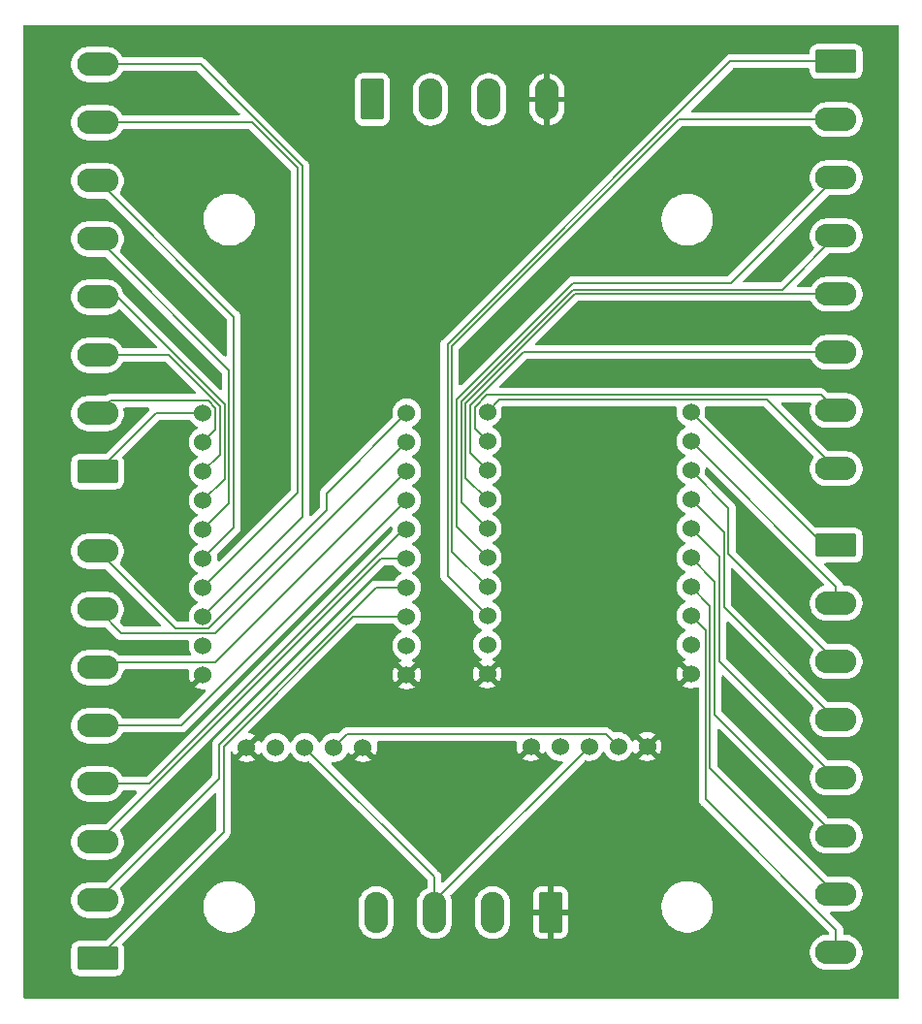
<source format=gbr>
%TF.GenerationSoftware,KiCad,Pcbnew,9.0.6*%
%TF.CreationDate,2026-02-03T15:59:12-08:00*%
%TF.ProjectId,PCF8575_Breakout,50434638-3537-4355-9f42-7265616b6f75,rev?*%
%TF.SameCoordinates,Original*%
%TF.FileFunction,Copper,L1,Top*%
%TF.FilePolarity,Positive*%
%FSLAX46Y46*%
G04 Gerber Fmt 4.6, Leading zero omitted, Abs format (unit mm)*
G04 Created by KiCad (PCBNEW 9.0.6) date 2026-02-03 15:59:12*
%MOMM*%
%LPD*%
G01*
G04 APERTURE LIST*
G04 Aperture macros list*
%AMRoundRect*
0 Rectangle with rounded corners*
0 $1 Rounding radius*
0 $2 $3 $4 $5 $6 $7 $8 $9 X,Y pos of 4 corners*
0 Add a 4 corners polygon primitive as box body*
4,1,4,$2,$3,$4,$5,$6,$7,$8,$9,$2,$3,0*
0 Add four circle primitives for the rounded corners*
1,1,$1+$1,$2,$3*
1,1,$1+$1,$4,$5*
1,1,$1+$1,$6,$7*
1,1,$1+$1,$8,$9*
0 Add four rect primitives between the rounded corners*
20,1,$1+$1,$2,$3,$4,$5,0*
20,1,$1+$1,$4,$5,$6,$7,0*
20,1,$1+$1,$6,$7,$8,$9,0*
20,1,$1+$1,$8,$9,$2,$3,0*%
G04 Aperture macros list end*
%TA.AperFunction,ComponentPad*%
%ADD10C,1.530000*%
%TD*%
%TA.AperFunction,ComponentPad*%
%ADD11RoundRect,0.249999X-1.550001X0.790001X-1.550001X-0.790001X1.550001X-0.790001X1.550001X0.790001X0*%
%TD*%
%TA.AperFunction,ComponentPad*%
%ADD12O,3.600000X2.080000*%
%TD*%
%TA.AperFunction,ComponentPad*%
%ADD13RoundRect,0.249999X1.550001X-0.790001X1.550001X0.790001X-1.550001X0.790001X-1.550001X-0.790001X0*%
%TD*%
%TA.AperFunction,ComponentPad*%
%ADD14RoundRect,0.249999X-0.790001X-1.550001X0.790001X-1.550001X0.790001X1.550001X-0.790001X1.550001X0*%
%TD*%
%TA.AperFunction,ComponentPad*%
%ADD15O,2.080000X3.600000*%
%TD*%
%TA.AperFunction,ComponentPad*%
%ADD16RoundRect,0.249999X0.790001X1.550001X-0.790001X1.550001X-0.790001X-1.550001X0.790001X-1.550001X0*%
%TD*%
%TA.AperFunction,Conductor*%
%ADD17C,0.200000*%
%TD*%
G04 APERTURE END LIST*
D10*
%TO.P,U3,G1,GND*%
%TO.N,GND*%
X137530000Y-109650000D03*
%TO.P,U3,G2,GND*%
X141340000Y-116000000D03*
%TO.P,U3,G3,GND*%
X155310000Y-109650000D03*
%TO.P,U3,INT,INT*%
X151500000Y-116000000D03*
%TO.P,U3,P00,P00*%
%TO.N,Net-(J6-Pin_8)*%
X155310000Y-104570000D03*
%TO.P,U3,P01,P01*%
%TO.N,Net-(J6-Pin_7)*%
X155310000Y-102030000D03*
%TO.P,U3,P02,P02*%
%TO.N,Net-(J6-Pin_6)*%
X155310000Y-99490000D03*
%TO.P,U3,P03,P03*%
%TO.N,Net-(J6-Pin_5)*%
X155310000Y-96950000D03*
%TO.P,U3,P04,P04*%
%TO.N,Net-(J6-Pin_4)*%
X155310000Y-94410000D03*
%TO.P,U3,P05,P05*%
%TO.N,Net-(J6-Pin_3)*%
X155310000Y-91870000D03*
%TO.P,U3,P06,P06*%
%TO.N,Net-(J6-Pin_2)*%
X155310000Y-89330000D03*
%TO.P,U3,P07,P07*%
%TO.N,Net-(J6-Pin_1)*%
X155310000Y-86790000D03*
%TO.P,U3,P10,P10*%
%TO.N,Net-(J5-Pin_8)*%
X137530000Y-86790000D03*
%TO.P,U3,P11,P11*%
%TO.N,Net-(J5-Pin_7)*%
X137530000Y-89330000D03*
%TO.P,U3,P12,P12*%
%TO.N,Net-(J5-Pin_6)*%
X137530000Y-91870000D03*
%TO.P,U3,P13,P13*%
%TO.N,Net-(J5-Pin_5)*%
X137530000Y-94410000D03*
%TO.P,U3,P14,P14*%
%TO.N,Net-(J5-Pin_4)*%
X137530000Y-96950000D03*
%TO.P,U3,P15,P15*%
%TO.N,Net-(J5-Pin_3)*%
X137530000Y-99490000D03*
%TO.P,U3,P16,P16*%
%TO.N,Net-(J5-Pin_2)*%
X137530000Y-102030000D03*
%TO.P,U3,P17,P17*%
%TO.N,Net-(J5-Pin_1)*%
X137530000Y-104570000D03*
%TO.P,U3,SCL,SCL*%
%TO.N,Net-(J4-Pin_1)*%
X148960000Y-116000000D03*
%TO.P,U3,SDA,SDA*%
%TO.N,Net-(J4-Pin_2)*%
X146420000Y-116000000D03*
%TO.P,U3,VCC,VCC*%
%TO.N,+5V*%
X143880000Y-116000000D03*
%TO.P,U3,VD1,VDD*%
X137530000Y-107110000D03*
%TO.P,U3,VD2,VDD*%
X155310000Y-107110000D03*
%TD*%
D11*
%TO.P,J6,1,Pin_1*%
%TO.N,Net-(J6-Pin_1)*%
X168000000Y-98420000D03*
D12*
%TO.P,J6,2,Pin_2*%
%TO.N,Net-(J6-Pin_2)*%
X168000000Y-103500000D03*
%TO.P,J6,3,Pin_3*%
%TO.N,Net-(J6-Pin_3)*%
X168000000Y-108580000D03*
%TO.P,J6,4,Pin_4*%
%TO.N,Net-(J6-Pin_4)*%
X168000000Y-113660000D03*
%TO.P,J6,5,Pin_5*%
%TO.N,Net-(J6-Pin_5)*%
X168000000Y-118740000D03*
%TO.P,J6,6,Pin_6*%
%TO.N,Net-(J6-Pin_6)*%
X168000000Y-123820000D03*
%TO.P,J6,7,Pin_7*%
%TO.N,Net-(J6-Pin_7)*%
X168000000Y-128900000D03*
%TO.P,J6,8,Pin_8*%
%TO.N,Net-(J6-Pin_8)*%
X168000000Y-133980000D03*
%TD*%
D13*
%TO.P,J2,1,Pin_1*%
%TO.N,Net-(J2-Pin_1)*%
X103500000Y-134500000D03*
D12*
%TO.P,J2,2,Pin_2*%
%TO.N,Net-(J2-Pin_2)*%
X103500000Y-129420000D03*
%TO.P,J2,3,Pin_3*%
%TO.N,Net-(J2-Pin_3)*%
X103500000Y-124340000D03*
%TO.P,J2,4,Pin_4*%
%TO.N,Net-(J2-Pin_4)*%
X103500000Y-119260000D03*
%TO.P,J2,5,Pin_5*%
%TO.N,Net-(J2-Pin_5)*%
X103500000Y-114180000D03*
%TO.P,J2,6,Pin_6*%
%TO.N,Net-(J2-Pin_6)*%
X103500000Y-109100000D03*
%TO.P,J2,7,Pin_7*%
%TO.N,Net-(J2-Pin_7)*%
X103500000Y-104020000D03*
%TO.P,J2,8,Pin_8*%
%TO.N,Net-(J2-Pin_8)*%
X103500000Y-98940000D03*
%TD*%
D11*
%TO.P,J5,1,Pin_1*%
%TO.N,Net-(J5-Pin_1)*%
X168000000Y-56180000D03*
D12*
%TO.P,J5,2,Pin_2*%
%TO.N,Net-(J5-Pin_2)*%
X168000000Y-61260000D03*
%TO.P,J5,3,Pin_3*%
%TO.N,Net-(J5-Pin_3)*%
X168000000Y-66340000D03*
%TO.P,J5,4,Pin_4*%
%TO.N,Net-(J5-Pin_4)*%
X168000000Y-71420000D03*
%TO.P,J5,5,Pin_5*%
%TO.N,Net-(J5-Pin_5)*%
X168000000Y-76500000D03*
%TO.P,J5,6,Pin_6*%
%TO.N,Net-(J5-Pin_6)*%
X168000000Y-81580000D03*
%TO.P,J5,7,Pin_7*%
%TO.N,Net-(J5-Pin_7)*%
X168000000Y-86660000D03*
%TO.P,J5,8,Pin_8*%
%TO.N,Net-(J5-Pin_8)*%
X168000000Y-91740000D03*
%TD*%
D13*
%TO.P,J1,1,Pin_1*%
%TO.N,Net-(J1-Pin_1)*%
X103500000Y-92000000D03*
D12*
%TO.P,J1,2,Pin_2*%
%TO.N,Net-(J1-Pin_2)*%
X103500000Y-86920000D03*
%TO.P,J1,3,Pin_3*%
%TO.N,Net-(J1-Pin_3)*%
X103500000Y-81840000D03*
%TO.P,J1,4,Pin_4*%
%TO.N,Net-(J1-Pin_4)*%
X103500000Y-76760000D03*
%TO.P,J1,5,Pin_5*%
%TO.N,Net-(J1-Pin_5)*%
X103500000Y-71680000D03*
%TO.P,J1,6,Pin_6*%
%TO.N,Net-(J1-Pin_6)*%
X103500000Y-66600000D03*
%TO.P,J1,7,Pin_7*%
%TO.N,Net-(J1-Pin_7)*%
X103500000Y-61520000D03*
%TO.P,J1,8,Pin_8*%
%TO.N,Net-(J1-Pin_8)*%
X103500000Y-56440000D03*
%TD*%
D14*
%TO.P,J4,1,Pin_1*%
%TO.N,Net-(J4-Pin_1)*%
X127500000Y-59500000D03*
D15*
%TO.P,J4,2,Pin_2*%
%TO.N,Net-(J4-Pin_2)*%
X132580000Y-59500000D03*
%TO.P,J4,3,Pin_3*%
%TO.N,+5V*%
X137660000Y-59500000D03*
%TO.P,J4,4,Pin_4*%
%TO.N,GND*%
X142740000Y-59500000D03*
%TD*%
D10*
%TO.P,U1,G1,GND*%
%TO.N,GND*%
X112720000Y-109740000D03*
%TO.P,U1,G2,GND*%
X116530000Y-116090000D03*
%TO.P,U1,G3,GND*%
X130500000Y-109740000D03*
%TO.P,U1,INT,INT*%
X126690000Y-116090000D03*
%TO.P,U1,P00,P00*%
%TO.N,Net-(J2-Pin_1)*%
X130500000Y-104660000D03*
%TO.P,U1,P01,P01*%
%TO.N,Net-(J2-Pin_2)*%
X130500000Y-102120000D03*
%TO.P,U1,P02,P02*%
%TO.N,Net-(J2-Pin_3)*%
X130500000Y-99580000D03*
%TO.P,U1,P03,P03*%
%TO.N,Net-(J2-Pin_4)*%
X130500000Y-97040000D03*
%TO.P,U1,P04,P04*%
%TO.N,Net-(J2-Pin_5)*%
X130500000Y-94500000D03*
%TO.P,U1,P05,P05*%
%TO.N,Net-(J2-Pin_6)*%
X130500000Y-91960000D03*
%TO.P,U1,P06,P06*%
%TO.N,Net-(J2-Pin_7)*%
X130500000Y-89420000D03*
%TO.P,U1,P07,P07*%
%TO.N,Net-(J2-Pin_8)*%
X130500000Y-86880000D03*
%TO.P,U1,P10,P10*%
%TO.N,Net-(J1-Pin_1)*%
X112720000Y-86880000D03*
%TO.P,U1,P11,P11*%
%TO.N,Net-(J1-Pin_2)*%
X112720000Y-89420000D03*
%TO.P,U1,P12,P12*%
%TO.N,Net-(J1-Pin_3)*%
X112720000Y-91960000D03*
%TO.P,U1,P13,P13*%
%TO.N,Net-(J1-Pin_4)*%
X112720000Y-94500000D03*
%TO.P,U1,P14,P14*%
%TO.N,Net-(J1-Pin_5)*%
X112720000Y-97040000D03*
%TO.P,U1,P15,P15*%
%TO.N,Net-(J1-Pin_6)*%
X112720000Y-99580000D03*
%TO.P,U1,P16,P16*%
%TO.N,Net-(J1-Pin_7)*%
X112720000Y-102120000D03*
%TO.P,U1,P17,P17*%
%TO.N,Net-(J1-Pin_8)*%
X112720000Y-104660000D03*
%TO.P,U1,SCL,SCL*%
%TO.N,Net-(J4-Pin_1)*%
X124150000Y-116090000D03*
%TO.P,U1,SDA,SDA*%
%TO.N,Net-(J4-Pin_2)*%
X121610000Y-116090000D03*
%TO.P,U1,VCC,VCC*%
%TO.N,+5V*%
X119070000Y-116090000D03*
%TO.P,U1,VD1,VDD*%
X112720000Y-107200000D03*
%TO.P,U1,VD2,VDD*%
X130500000Y-107200000D03*
%TD*%
D16*
%TO.P,J8,1,Pin_1*%
%TO.N,GND*%
X143080000Y-130500000D03*
D15*
%TO.P,J8,2,Pin_2*%
%TO.N,+5V*%
X138000000Y-130500000D03*
%TO.P,J8,3,Pin_3*%
%TO.N,Net-(J4-Pin_2)*%
X132920000Y-130500000D03*
%TO.P,J8,4,Pin_4*%
%TO.N,Net-(J4-Pin_1)*%
X127840000Y-130500000D03*
%TD*%
D17*
%TO.N,Net-(J5-Pin_3)*%
X145022024Y-75522024D02*
X134860000Y-85684048D01*
X168000000Y-66340000D02*
X158817976Y-75522024D01*
X134860000Y-96820000D02*
X134860000Y-85684048D01*
X158817976Y-75522024D02*
X145022024Y-75522024D01*
X137530000Y-99490000D02*
X134860000Y-96820000D01*
%TO.N,Net-(J4-Pin_1)*%
X125306000Y-114934000D02*
X124150000Y-116090000D01*
X148960000Y-116000000D02*
X147894000Y-114934000D01*
X147894000Y-114934000D02*
X125306000Y-114934000D01*
X148960000Y-116000000D02*
X149000000Y-116040000D01*
%TO.N,Net-(J4-Pin_2)*%
X132920000Y-127400000D02*
X121610000Y-116090000D01*
X132920000Y-130500000D02*
X132920000Y-127400000D01*
X132920000Y-130500000D02*
X132920000Y-129500000D01*
X132920000Y-129500000D02*
X146420000Y-116000000D01*
%TO.N,Net-(J2-Pin_5)*%
X103500000Y-114180000D02*
X110820000Y-114180000D01*
X110820000Y-114180000D02*
X130500000Y-94500000D01*
%TO.N,Net-(J2-Pin_1)*%
X103500000Y-134500000D02*
X114500000Y-123500000D01*
X114500000Y-116000000D02*
X125840000Y-104660000D01*
X114500000Y-123500000D02*
X114500000Y-116000000D01*
X125840000Y-104660000D02*
X130500000Y-104660000D01*
%TO.N,Net-(J1-Pin_6)*%
X115390000Y-96910000D02*
X112720000Y-99580000D01*
X115390000Y-78490000D02*
X115390000Y-96910000D01*
X103500000Y-66600000D02*
X115390000Y-78490000D01*
%TO.N,Net-(J2-Pin_8)*%
X123500000Y-93880000D02*
X123500000Y-95387552D01*
X103500000Y-98940000D02*
X110286000Y-105726000D01*
X113161552Y-105726000D02*
X123500000Y-95387552D01*
X110286000Y-105726000D02*
X113161552Y-105726000D01*
X130500000Y-86880000D02*
X123500000Y-93880000D01*
%TO.N,Net-(J1-Pin_7)*%
X121000000Y-65500000D02*
X121000000Y-93840000D01*
X103500000Y-61520000D02*
X103520000Y-61500000D01*
X112720000Y-102120000D02*
X121000000Y-93840000D01*
X103520000Y-61500000D02*
X117000000Y-61500000D01*
X117000000Y-61500000D02*
X121000000Y-65500000D01*
%TO.N,Net-(J1-Pin_2)*%
X113786000Y-88354000D02*
X112720000Y-89420000D01*
X113161552Y-85814000D02*
X113786000Y-86438448D01*
X103500000Y-86920000D02*
X104606000Y-85814000D01*
X113786000Y-86438448D02*
X113786000Y-88354000D01*
X104606000Y-85814000D02*
X113161552Y-85814000D01*
%TO.N,Net-(J2-Pin_3)*%
X128260000Y-99580000D02*
X130500000Y-99580000D01*
X103500000Y-124340000D02*
X128260000Y-99580000D01*
%TO.N,Net-(J1-Pin_4)*%
X103500000Y-76760000D02*
X105241752Y-76760000D01*
X105241752Y-76760000D02*
X114588000Y-86106248D01*
X114588000Y-92632000D02*
X112720000Y-94500000D01*
X114588000Y-86106248D02*
X114588000Y-92632000D01*
%TO.N,Net-(J2-Pin_2)*%
X114099000Y-118821000D02*
X114099000Y-115833900D01*
X103500000Y-129420000D02*
X114099000Y-118821000D01*
X127812900Y-102120000D02*
X130500000Y-102120000D01*
X114099000Y-115833900D02*
X127812900Y-102120000D01*
%TO.N,Net-(J2-Pin_6)*%
X113786000Y-108674000D02*
X130500000Y-91960000D01*
X103500000Y-109100000D02*
X103926000Y-108674000D01*
X103926000Y-108674000D02*
X113786000Y-108674000D01*
%TO.N,Net-(J2-Pin_7)*%
X103500000Y-104020000D02*
X105607000Y-106127000D01*
X105607000Y-106127000D02*
X113793000Y-106127000D01*
X113793000Y-106127000D02*
X130500000Y-89420000D01*
%TO.N,Net-(J2-Pin_4)*%
X130232900Y-97040000D02*
X130500000Y-97040000D01*
X103500000Y-119260000D02*
X108012900Y-119260000D01*
X108012900Y-119260000D02*
X130232900Y-97040000D01*
%TO.N,Net-(J1-Pin_5)*%
X114989000Y-94771000D02*
X112720000Y-97040000D01*
X114989000Y-83169000D02*
X114989000Y-94771000D01*
X103500000Y-71680000D02*
X114989000Y-83169000D01*
%TO.N,Net-(J1-Pin_1)*%
X108620000Y-86880000D02*
X103500000Y-92000000D01*
X112720000Y-86880000D02*
X108620000Y-86880000D01*
%TO.N,Net-(J1-Pin_8)*%
X121401000Y-65333900D02*
X112507100Y-56440000D01*
X112507100Y-56440000D02*
X103500000Y-56440000D01*
X121401000Y-95979000D02*
X121401000Y-65333900D01*
X112720000Y-104660000D02*
X121401000Y-95979000D01*
%TO.N,Net-(J5-Pin_7)*%
X166663000Y-85323000D02*
X168000000Y-86660000D01*
X136464000Y-86348448D02*
X137489448Y-85323000D01*
X137530000Y-89330000D02*
X136464000Y-88264000D01*
X136464000Y-88264000D02*
X136464000Y-86348448D01*
X137489448Y-85323000D02*
X166663000Y-85323000D01*
%TO.N,Net-(J5-Pin_1)*%
X134058000Y-80874900D02*
X158752900Y-56180000D01*
X158752900Y-56180000D02*
X168000000Y-56180000D01*
X137530000Y-104570000D02*
X134058000Y-101098000D01*
X134058000Y-101098000D02*
X134058000Y-80874900D01*
%TO.N,Net-(J5-Pin_2)*%
X134459000Y-98959000D02*
X134459000Y-81041000D01*
X154240000Y-61260000D02*
X168000000Y-61260000D01*
X137530000Y-102030000D02*
X134459000Y-98959000D01*
X134459000Y-81041000D02*
X154240000Y-61260000D01*
%TO.N,Net-(J5-Pin_8)*%
X137530000Y-86790000D02*
X138596000Y-85724000D01*
X138596000Y-85724000D02*
X161984000Y-85724000D01*
X161984000Y-85724000D02*
X168000000Y-91740000D01*
%TO.N,Net-(J5-Pin_5)*%
X135662000Y-86016248D02*
X145178248Y-76500000D01*
X145178248Y-76500000D02*
X168000000Y-76500000D01*
X135662000Y-92542000D02*
X135662000Y-86016248D01*
X137530000Y-94410000D02*
X135662000Y-92542000D01*
%TO.N,Net-(J5-Pin_6)*%
X136063000Y-90403000D02*
X136063000Y-86182348D01*
X136063000Y-86182348D02*
X140665348Y-81580000D01*
X137530000Y-91870000D02*
X136063000Y-90403000D01*
X140665348Y-81580000D02*
X168000000Y-81580000D01*
%TO.N,Net-(J5-Pin_4)*%
X135261000Y-94681000D02*
X135261000Y-85850148D01*
X163321000Y-76099000D02*
X145012148Y-76099000D01*
X145012148Y-76099000D02*
X135261000Y-85850148D01*
X137530000Y-96950000D02*
X135261000Y-94681000D01*
X168000000Y-71420000D02*
X163321000Y-76099000D01*
%TO.N,Net-(J6-Pin_1)*%
X155310000Y-86790000D02*
X166940000Y-98420000D01*
X166940000Y-98420000D02*
X168000000Y-98420000D01*
%TO.N,Net-(J6-Pin_8)*%
X156599000Y-105859000D02*
X156599000Y-120599000D01*
X168000000Y-132000000D02*
X168000000Y-133980000D01*
X155310000Y-104570000D02*
X156599000Y-105859000D01*
X156599000Y-120599000D02*
X168000000Y-132000000D01*
%TO.N,Net-(J6-Pin_7)*%
X157000000Y-117900000D02*
X168000000Y-128900000D01*
X155310000Y-102030000D02*
X157000000Y-103720000D01*
X157000000Y-103720000D02*
X157000000Y-117900000D01*
%TO.N,Net-(J6-Pin_4)*%
X155310000Y-94410000D02*
X158203000Y-97303000D01*
X158203000Y-97303000D02*
X158203000Y-103863000D01*
X158203000Y-103863000D02*
X168000000Y-113660000D01*
%TO.N,Net-(J6-Pin_3)*%
X155310000Y-91870000D02*
X158604000Y-95164000D01*
X158604000Y-99184000D02*
X168000000Y-108580000D01*
X158604000Y-95164000D02*
X158604000Y-99184000D01*
%TO.N,Net-(J6-Pin_6)*%
X155310000Y-99490000D02*
X157401000Y-101581000D01*
X157401000Y-113221000D02*
X168000000Y-123820000D01*
X157401000Y-101581000D02*
X157401000Y-113221000D01*
%TO.N,Net-(J6-Pin_2)*%
X168000000Y-102020000D02*
X168000000Y-103500000D01*
X155310000Y-89330000D02*
X168000000Y-102020000D01*
%TO.N,Net-(J6-Pin_5)*%
X157802000Y-99442000D02*
X155310000Y-96950000D01*
X157802000Y-108542000D02*
X157802000Y-99442000D01*
X168000000Y-118740000D02*
X157802000Y-108542000D01*
%TO.N,Net-(J1-Pin_3)*%
X109754652Y-81840000D02*
X114187000Y-86272348D01*
X114187000Y-86272348D02*
X114187000Y-90493000D01*
X114187000Y-90493000D02*
X112720000Y-91960000D01*
X103500000Y-81840000D02*
X109754652Y-81840000D01*
%TD*%
%TA.AperFunction,Conductor*%
%TO.N,GND*%
G36*
X140057517Y-115554185D02*
G01*
X140103272Y-115606989D01*
X140113216Y-115676147D01*
X140108408Y-115696820D01*
X140106149Y-115703770D01*
X140106148Y-115703776D01*
X140075000Y-115900436D01*
X140075000Y-116099563D01*
X140106147Y-116296222D01*
X140167679Y-116485594D01*
X140258077Y-116663008D01*
X140285580Y-116700863D01*
X140285580Y-116700864D01*
X140848871Y-116137572D01*
X140864755Y-116196853D01*
X140931898Y-116313147D01*
X141026853Y-116408102D01*
X141143147Y-116475245D01*
X141202425Y-116491128D01*
X140639134Y-117054417D01*
X140676994Y-117081924D01*
X140854405Y-117172320D01*
X141043777Y-117233852D01*
X141240437Y-117265000D01*
X141439563Y-117265000D01*
X141636222Y-117233852D01*
X141825594Y-117172320D01*
X142003005Y-117081924D01*
X142040863Y-117054418D01*
X142040863Y-117054417D01*
X141477574Y-116491128D01*
X141536853Y-116475245D01*
X141653147Y-116408102D01*
X141748102Y-116313147D01*
X141815245Y-116196853D01*
X141831128Y-116137574D01*
X142394417Y-116700863D01*
X142394418Y-116700863D01*
X142421924Y-116663005D01*
X142499234Y-116511277D01*
X142547208Y-116460481D01*
X142615029Y-116443686D01*
X142681164Y-116466223D01*
X142720204Y-116511277D01*
X142753072Y-116575783D01*
X142797647Y-116663266D01*
X142914731Y-116824418D01*
X143055582Y-116965269D01*
X143216734Y-117082353D01*
X143328572Y-117139337D01*
X143394219Y-117172786D01*
X143583657Y-117234338D01*
X143583658Y-117234338D01*
X143583661Y-117234339D01*
X143780403Y-117265500D01*
X143780404Y-117265500D01*
X143979596Y-117265500D01*
X143979597Y-117265500D01*
X143989615Y-117263913D01*
X144058906Y-117272864D01*
X144112360Y-117317858D01*
X144133003Y-117384609D01*
X144114281Y-117451923D01*
X144096697Y-117474066D01*
X133732181Y-127838583D01*
X133670858Y-127872068D01*
X133601166Y-127867084D01*
X133545233Y-127825212D01*
X133520816Y-127759748D01*
X133520500Y-127750902D01*
X133520500Y-127320945D01*
X133520500Y-127320943D01*
X133479577Y-127168216D01*
X133479573Y-127168209D01*
X133400524Y-127031290D01*
X133400521Y-127031286D01*
X133400520Y-127031284D01*
X133288716Y-126919480D01*
X133288715Y-126919479D01*
X133284385Y-126915149D01*
X133284374Y-126915139D01*
X123933301Y-117564066D01*
X123899816Y-117502743D01*
X123904800Y-117433051D01*
X123946672Y-117377118D01*
X124012136Y-117352701D01*
X124040374Y-117353911D01*
X124050403Y-117355500D01*
X124050408Y-117355500D01*
X124249596Y-117355500D01*
X124249597Y-117355500D01*
X124446339Y-117324339D01*
X124446342Y-117324338D01*
X124446343Y-117324338D01*
X124635780Y-117262786D01*
X124635780Y-117262785D01*
X124635783Y-117262785D01*
X124813266Y-117172353D01*
X124974418Y-117055269D01*
X125115269Y-116914418D01*
X125232353Y-116753266D01*
X125309795Y-116601276D01*
X125357769Y-116550481D01*
X125425590Y-116533686D01*
X125491725Y-116556223D01*
X125530765Y-116601277D01*
X125608077Y-116753008D01*
X125635580Y-116790863D01*
X125635580Y-116790864D01*
X126198871Y-116227572D01*
X126214755Y-116286853D01*
X126281898Y-116403147D01*
X126376853Y-116498102D01*
X126493147Y-116565245D01*
X126552425Y-116581128D01*
X125989134Y-117144417D01*
X126026994Y-117171924D01*
X126204405Y-117262320D01*
X126393777Y-117323852D01*
X126590437Y-117355000D01*
X126789563Y-117355000D01*
X126986222Y-117323852D01*
X127175594Y-117262320D01*
X127353005Y-117171924D01*
X127390863Y-117144418D01*
X127390863Y-117144417D01*
X127341285Y-117094839D01*
X126827574Y-116581128D01*
X126886853Y-116565245D01*
X127003147Y-116498102D01*
X127098102Y-116403147D01*
X127165245Y-116286853D01*
X127181128Y-116227574D01*
X127744417Y-116790863D01*
X127744418Y-116790863D01*
X127771924Y-116753005D01*
X127862320Y-116575594D01*
X127923852Y-116386222D01*
X127955000Y-116189563D01*
X127955000Y-115990436D01*
X127923851Y-115793776D01*
X127892348Y-115696818D01*
X127890353Y-115626977D01*
X127926433Y-115567144D01*
X127989134Y-115536316D01*
X128010279Y-115534500D01*
X139990478Y-115534500D01*
X140057517Y-115554185D01*
G37*
%TD.AperFunction*%
%TA.AperFunction,Conductor*%
G36*
X173442539Y-53020185D02*
G01*
X173488294Y-53072989D01*
X173499500Y-53124500D01*
X173499500Y-137875500D01*
X173479815Y-137942539D01*
X173427011Y-137988294D01*
X173375500Y-137999500D01*
X97124500Y-137999500D01*
X97057461Y-137979815D01*
X97011706Y-137927011D01*
X97000500Y-137875500D01*
X97000500Y-56318754D01*
X101199500Y-56318754D01*
X101199500Y-56561245D01*
X101237432Y-56800736D01*
X101312360Y-57031344D01*
X101335531Y-57076819D01*
X101417616Y-57237919D01*
X101422448Y-57247401D01*
X101564966Y-57443562D01*
X101564970Y-57443567D01*
X101736432Y-57615029D01*
X101736437Y-57615033D01*
X101867148Y-57709999D01*
X101932602Y-57757554D01*
X102148653Y-57867638D01*
X102148655Y-57867639D01*
X102248198Y-57899982D01*
X102379265Y-57942568D01*
X102490186Y-57960136D01*
X102618755Y-57980500D01*
X102618760Y-57980500D01*
X104381245Y-57980500D01*
X104497347Y-57962110D01*
X104620735Y-57942568D01*
X104851347Y-57867638D01*
X105067398Y-57757554D01*
X105263569Y-57615028D01*
X105435028Y-57443569D01*
X105577554Y-57247398D01*
X105648477Y-57108203D01*
X105696450Y-57057409D01*
X105758961Y-57040500D01*
X112207003Y-57040500D01*
X112274042Y-57060185D01*
X112294684Y-57076819D01*
X115905684Y-60687819D01*
X115939169Y-60749142D01*
X115934185Y-60818834D01*
X115892313Y-60874767D01*
X115826849Y-60899184D01*
X115818003Y-60899500D01*
X105748771Y-60899500D01*
X105681732Y-60879815D01*
X105638286Y-60831795D01*
X105631682Y-60818834D01*
X105577554Y-60712602D01*
X105526688Y-60642591D01*
X105435033Y-60516437D01*
X105435029Y-60516432D01*
X105263567Y-60344970D01*
X105263562Y-60344966D01*
X105067401Y-60202448D01*
X105067400Y-60202447D01*
X105067398Y-60202446D01*
X104906241Y-60120332D01*
X104851344Y-60092360D01*
X104620736Y-60017432D01*
X104381245Y-59979500D01*
X104381240Y-59979500D01*
X102618760Y-59979500D01*
X102618755Y-59979500D01*
X102379263Y-60017432D01*
X102148655Y-60092360D01*
X101932598Y-60202448D01*
X101736437Y-60344966D01*
X101736432Y-60344970D01*
X101564970Y-60516432D01*
X101564966Y-60516437D01*
X101422448Y-60712598D01*
X101312360Y-60928655D01*
X101237432Y-61159263D01*
X101199500Y-61398754D01*
X101199500Y-61641245D01*
X101237432Y-61880736D01*
X101312360Y-62111344D01*
X101341333Y-62168205D01*
X101389923Y-62263569D01*
X101422448Y-62327401D01*
X101564966Y-62523562D01*
X101564970Y-62523567D01*
X101736432Y-62695029D01*
X101736437Y-62695033D01*
X101829392Y-62762568D01*
X101932602Y-62837554D01*
X102148653Y-62947638D01*
X102148655Y-62947639D01*
X102263959Y-62985103D01*
X102379265Y-63022568D01*
X102490186Y-63040136D01*
X102618755Y-63060500D01*
X102618760Y-63060500D01*
X104381245Y-63060500D01*
X104497347Y-63042110D01*
X104620735Y-63022568D01*
X104851347Y-62947638D01*
X105067398Y-62837554D01*
X105263569Y-62695028D01*
X105435028Y-62523569D01*
X105577554Y-62327398D01*
X105658667Y-62168204D01*
X105706642Y-62117409D01*
X105769152Y-62100500D01*
X116699903Y-62100500D01*
X116766942Y-62120185D01*
X116787584Y-62136819D01*
X120363181Y-65712416D01*
X120396666Y-65773739D01*
X120399500Y-65800097D01*
X120399500Y-93539902D01*
X120379815Y-93606941D01*
X120363181Y-93627583D01*
X114194066Y-99796697D01*
X114132743Y-99830182D01*
X114063051Y-99825198D01*
X114007118Y-99783326D01*
X113982701Y-99717862D01*
X113983912Y-99689618D01*
X113985500Y-99679597D01*
X113985500Y-99480403D01*
X113954339Y-99283661D01*
X113954333Y-99283644D01*
X113953366Y-99279614D01*
X113956851Y-99209831D01*
X113986255Y-99162978D01*
X115748506Y-97400728D01*
X115748511Y-97400724D01*
X115758714Y-97390520D01*
X115758716Y-97390520D01*
X115870520Y-97278716D01*
X115938284Y-97161344D01*
X115949577Y-97141785D01*
X115990500Y-96989058D01*
X115990500Y-96830943D01*
X115990500Y-78410943D01*
X115949577Y-78258216D01*
X115949577Y-78258215D01*
X115908829Y-78187638D01*
X115870520Y-78121284D01*
X115758716Y-78009480D01*
X115754385Y-78005149D01*
X115754374Y-78005139D01*
X107601721Y-69852486D01*
X112749500Y-69852486D01*
X112749500Y-70147513D01*
X112768482Y-70291690D01*
X112788007Y-70439993D01*
X112805418Y-70504972D01*
X112864361Y-70724951D01*
X112864364Y-70724961D01*
X112977254Y-70997500D01*
X112977258Y-70997510D01*
X113124761Y-71252993D01*
X113304352Y-71487040D01*
X113304358Y-71487047D01*
X113512952Y-71695641D01*
X113512959Y-71695647D01*
X113747006Y-71875238D01*
X114002489Y-72022741D01*
X114002490Y-72022741D01*
X114002493Y-72022743D01*
X114275048Y-72135639D01*
X114560007Y-72211993D01*
X114852494Y-72250500D01*
X114852501Y-72250500D01*
X115147499Y-72250500D01*
X115147506Y-72250500D01*
X115439993Y-72211993D01*
X115724952Y-72135639D01*
X115997507Y-72022743D01*
X116252994Y-71875238D01*
X116487042Y-71695646D01*
X116695646Y-71487042D01*
X116875238Y-71252994D01*
X117022743Y-70997507D01*
X117135639Y-70724952D01*
X117211993Y-70439993D01*
X117250500Y-70147506D01*
X117250500Y-69852494D01*
X117211993Y-69560007D01*
X117135639Y-69275048D01*
X117022743Y-69002493D01*
X116875238Y-68747006D01*
X116695646Y-68512958D01*
X116695641Y-68512952D01*
X116487047Y-68304358D01*
X116487040Y-68304352D01*
X116252993Y-68124761D01*
X115997510Y-67977258D01*
X115997500Y-67977254D01*
X115724961Y-67864364D01*
X115724954Y-67864362D01*
X115724952Y-67864361D01*
X115439993Y-67788007D01*
X115391113Y-67781571D01*
X115147513Y-67749500D01*
X115147506Y-67749500D01*
X114852494Y-67749500D01*
X114852486Y-67749500D01*
X114574085Y-67786153D01*
X114560007Y-67788007D01*
X114356385Y-67842567D01*
X114275048Y-67864361D01*
X114275038Y-67864364D01*
X114002499Y-67977254D01*
X114002489Y-67977258D01*
X113747006Y-68124761D01*
X113512959Y-68304352D01*
X113512952Y-68304358D01*
X113304358Y-68512952D01*
X113304352Y-68512959D01*
X113124761Y-68747006D01*
X112977258Y-69002489D01*
X112977254Y-69002499D01*
X112864364Y-69275038D01*
X112864361Y-69275048D01*
X112788008Y-69560004D01*
X112788006Y-69560015D01*
X112749500Y-69852486D01*
X107601721Y-69852486D01*
X105475314Y-67726079D01*
X105441829Y-67664756D01*
X105446813Y-67595064D01*
X105462674Y-67565516D01*
X105577554Y-67407398D01*
X105687638Y-67191347D01*
X105762568Y-66960735D01*
X105782110Y-66837347D01*
X105800500Y-66721245D01*
X105800500Y-66478754D01*
X105778432Y-66339431D01*
X105762568Y-66239265D01*
X105687638Y-66008653D01*
X105577554Y-65792602D01*
X105519296Y-65712416D01*
X105435033Y-65596437D01*
X105435029Y-65596432D01*
X105263567Y-65424970D01*
X105263562Y-65424966D01*
X105067401Y-65282448D01*
X105067400Y-65282447D01*
X105067398Y-65282446D01*
X104959372Y-65227404D01*
X104851344Y-65172360D01*
X104620736Y-65097432D01*
X104381245Y-65059500D01*
X104381240Y-65059500D01*
X102618760Y-65059500D01*
X102618755Y-65059500D01*
X102379263Y-65097432D01*
X102148655Y-65172360D01*
X101932598Y-65282448D01*
X101736437Y-65424966D01*
X101736432Y-65424970D01*
X101564970Y-65596432D01*
X101564966Y-65596437D01*
X101422448Y-65792598D01*
X101312360Y-66008655D01*
X101237432Y-66239263D01*
X101199500Y-66478754D01*
X101199500Y-66721245D01*
X101237432Y-66960736D01*
X101312360Y-67191344D01*
X101312362Y-67191347D01*
X101389923Y-67343569D01*
X101422448Y-67407401D01*
X101564966Y-67603562D01*
X101564970Y-67603567D01*
X101736432Y-67775029D01*
X101736437Y-67775033D01*
X101829392Y-67842568D01*
X101932602Y-67917554D01*
X102148653Y-68027638D01*
X102148655Y-68027639D01*
X102263959Y-68065103D01*
X102379265Y-68102568D01*
X102490186Y-68120136D01*
X102618755Y-68140500D01*
X102618760Y-68140500D01*
X104139903Y-68140500D01*
X104206942Y-68160185D01*
X104227584Y-68176819D01*
X114753181Y-78702416D01*
X114786666Y-78763739D01*
X114789500Y-78790097D01*
X114789500Y-81820902D01*
X114769815Y-81887941D01*
X114717011Y-81933696D01*
X114647853Y-81943640D01*
X114584297Y-81914615D01*
X114577819Y-81908583D01*
X105475314Y-72806078D01*
X105441829Y-72744755D01*
X105446813Y-72675063D01*
X105462672Y-72645519D01*
X105577554Y-72487398D01*
X105687638Y-72271347D01*
X105762568Y-72040735D01*
X105788780Y-71875238D01*
X105800500Y-71801245D01*
X105800500Y-71558754D01*
X105778432Y-71419431D01*
X105762568Y-71319265D01*
X105687638Y-71088653D01*
X105577554Y-70872602D01*
X105470287Y-70724961D01*
X105435033Y-70676437D01*
X105435029Y-70676432D01*
X105263567Y-70504970D01*
X105263562Y-70504966D01*
X105067401Y-70362448D01*
X105067400Y-70362447D01*
X105067398Y-70362446D01*
X104928532Y-70291690D01*
X104851344Y-70252360D01*
X104620736Y-70177432D01*
X104381245Y-70139500D01*
X104381240Y-70139500D01*
X102618760Y-70139500D01*
X102618755Y-70139500D01*
X102379263Y-70177432D01*
X102148655Y-70252360D01*
X101932598Y-70362448D01*
X101736437Y-70504966D01*
X101736432Y-70504970D01*
X101564970Y-70676432D01*
X101564966Y-70676437D01*
X101422448Y-70872598D01*
X101312360Y-71088655D01*
X101237432Y-71319263D01*
X101199500Y-71558754D01*
X101199500Y-71801245D01*
X101237432Y-72040736D01*
X101312360Y-72271344D01*
X101312362Y-72271347D01*
X101389923Y-72423569D01*
X101422448Y-72487401D01*
X101564966Y-72683562D01*
X101564970Y-72683567D01*
X101736432Y-72855029D01*
X101736437Y-72855033D01*
X101829392Y-72922568D01*
X101932602Y-72997554D01*
X102148653Y-73107638D01*
X102148655Y-73107639D01*
X102263959Y-73145103D01*
X102379265Y-73182568D01*
X102490186Y-73200136D01*
X102618755Y-73220500D01*
X102618760Y-73220500D01*
X104139903Y-73220500D01*
X104206942Y-73240185D01*
X104227584Y-73256819D01*
X114352181Y-83381416D01*
X114385666Y-83442739D01*
X114388500Y-83469097D01*
X114388500Y-84758150D01*
X114368815Y-84825189D01*
X114316011Y-84870944D01*
X114246853Y-84880888D01*
X114183297Y-84851863D01*
X114176819Y-84845831D01*
X105797138Y-76466151D01*
X105763653Y-76404828D01*
X105762755Y-76400045D01*
X105762567Y-76399261D01*
X105687639Y-76168655D01*
X105672663Y-76139263D01*
X105577554Y-75952602D01*
X105526688Y-75882591D01*
X105435033Y-75756437D01*
X105435029Y-75756432D01*
X105263567Y-75584970D01*
X105263562Y-75584966D01*
X105067401Y-75442448D01*
X105067400Y-75442447D01*
X105067398Y-75442446D01*
X104959372Y-75387404D01*
X104851344Y-75332360D01*
X104620736Y-75257432D01*
X104381245Y-75219500D01*
X104381240Y-75219500D01*
X102618760Y-75219500D01*
X102618755Y-75219500D01*
X102379263Y-75257432D01*
X102148655Y-75332360D01*
X101932598Y-75442448D01*
X101736437Y-75584966D01*
X101736432Y-75584970D01*
X101564970Y-75756432D01*
X101564966Y-75756437D01*
X101422448Y-75952598D01*
X101312360Y-76168655D01*
X101237432Y-76399263D01*
X101199500Y-76638754D01*
X101199500Y-76881245D01*
X101237432Y-77120736D01*
X101312360Y-77351344D01*
X101312362Y-77351347D01*
X101389923Y-77503569D01*
X101422448Y-77567401D01*
X101564966Y-77763562D01*
X101564970Y-77763567D01*
X101736432Y-77935029D01*
X101736437Y-77935033D01*
X101881601Y-78040500D01*
X101932602Y-78077554D01*
X102148651Y-78187637D01*
X102148655Y-78187639D01*
X102263959Y-78225103D01*
X102379265Y-78262568D01*
X102490186Y-78280136D01*
X102618755Y-78300500D01*
X102618760Y-78300500D01*
X104381245Y-78300500D01*
X104497347Y-78282110D01*
X104620735Y-78262568D01*
X104851347Y-78187638D01*
X105067398Y-78077554D01*
X105263569Y-77935028D01*
X105327877Y-77870719D01*
X105389197Y-77837236D01*
X105458889Y-77842220D01*
X105503237Y-77870721D01*
X108660336Y-81027819D01*
X108693821Y-81089142D01*
X108688837Y-81158834D01*
X108646965Y-81214767D01*
X108581501Y-81239184D01*
X108572655Y-81239500D01*
X105758961Y-81239500D01*
X105691922Y-81219815D01*
X105648477Y-81171796D01*
X105577554Y-81032602D01*
X105577552Y-81032599D01*
X105577551Y-81032597D01*
X105435033Y-80836437D01*
X105435029Y-80836432D01*
X105263567Y-80664970D01*
X105263562Y-80664966D01*
X105067401Y-80522448D01*
X105067400Y-80522447D01*
X105067398Y-80522446D01*
X104959372Y-80467404D01*
X104851344Y-80412360D01*
X104620736Y-80337432D01*
X104381245Y-80299500D01*
X104381240Y-80299500D01*
X102618760Y-80299500D01*
X102618755Y-80299500D01*
X102379263Y-80337432D01*
X102148655Y-80412360D01*
X101932598Y-80522448D01*
X101736437Y-80664966D01*
X101736432Y-80664970D01*
X101564970Y-80836432D01*
X101564966Y-80836437D01*
X101422448Y-81032598D01*
X101312360Y-81248655D01*
X101237432Y-81479263D01*
X101199500Y-81718754D01*
X101199500Y-81961245D01*
X101237432Y-82200736D01*
X101312360Y-82431344D01*
X101335531Y-82476819D01*
X101389923Y-82583569D01*
X101422448Y-82647401D01*
X101564966Y-82843562D01*
X101564970Y-82843567D01*
X101736432Y-83015029D01*
X101736437Y-83015033D01*
X101829392Y-83082568D01*
X101932602Y-83157554D01*
X102148653Y-83267638D01*
X102148655Y-83267639D01*
X102263959Y-83305103D01*
X102379265Y-83342568D01*
X102490186Y-83360136D01*
X102618755Y-83380500D01*
X102618760Y-83380500D01*
X104381245Y-83380500D01*
X104497347Y-83362110D01*
X104620735Y-83342568D01*
X104851347Y-83267638D01*
X105067398Y-83157554D01*
X105263569Y-83015028D01*
X105435028Y-82843569D01*
X105577554Y-82647398D01*
X105648477Y-82508203D01*
X105696450Y-82457409D01*
X105758961Y-82440500D01*
X109454555Y-82440500D01*
X109521594Y-82460185D01*
X109542236Y-82476819D01*
X112067235Y-85001819D01*
X112100720Y-85063142D01*
X112095736Y-85132834D01*
X112053864Y-85188767D01*
X111988400Y-85213184D01*
X111979554Y-85213500D01*
X104685057Y-85213500D01*
X104526942Y-85213500D01*
X104374215Y-85254423D01*
X104374214Y-85254423D01*
X104374212Y-85254424D01*
X104374209Y-85254425D01*
X104326973Y-85281697D01*
X104326954Y-85281709D01*
X104324095Y-85283360D01*
X104237284Y-85333480D01*
X104218409Y-85352354D01*
X104207541Y-85359428D01*
X104185996Y-85365888D01*
X104166260Y-85376666D01*
X104141004Y-85379381D01*
X104140616Y-85379498D01*
X104140426Y-85379443D01*
X104139902Y-85379500D01*
X102618755Y-85379500D01*
X102379263Y-85417432D01*
X102148655Y-85492360D01*
X101932598Y-85602448D01*
X101736437Y-85744966D01*
X101736432Y-85744970D01*
X101564970Y-85916432D01*
X101564966Y-85916437D01*
X101422448Y-86112598D01*
X101312360Y-86328655D01*
X101237432Y-86559263D01*
X101199500Y-86798754D01*
X101199500Y-87041245D01*
X101237432Y-87280736D01*
X101312360Y-87511344D01*
X101364880Y-87614418D01*
X101389923Y-87663569D01*
X101422448Y-87727401D01*
X101564966Y-87923562D01*
X101564970Y-87923567D01*
X101736432Y-88095029D01*
X101736437Y-88095033D01*
X101829392Y-88162568D01*
X101932602Y-88237554D01*
X102129045Y-88337647D01*
X102148655Y-88347639D01*
X102201260Y-88364731D01*
X102379265Y-88422568D01*
X102490186Y-88440136D01*
X102618755Y-88460500D01*
X102618760Y-88460500D01*
X104381245Y-88460500D01*
X104497347Y-88442110D01*
X104620735Y-88422568D01*
X104851347Y-88347638D01*
X105067398Y-88237554D01*
X105263569Y-88095028D01*
X105435028Y-87923569D01*
X105577554Y-87727398D01*
X105687638Y-87511347D01*
X105762568Y-87280735D01*
X105782746Y-87153335D01*
X105800500Y-87041245D01*
X105800500Y-86798754D01*
X105762352Y-86557898D01*
X105771307Y-86488604D01*
X105816303Y-86435153D01*
X105883054Y-86414513D01*
X105884825Y-86414500D01*
X107936902Y-86414500D01*
X108003941Y-86434185D01*
X108049696Y-86486989D01*
X108059640Y-86556147D01*
X108030615Y-86619703D01*
X108024583Y-86626181D01*
X104227584Y-90423181D01*
X104166261Y-90456666D01*
X104139903Y-90459500D01*
X101899982Y-90459500D01*
X101797203Y-90470000D01*
X101797202Y-90470001D01*
X101738313Y-90489515D01*
X101630667Y-90525185D01*
X101630662Y-90525187D01*
X101481342Y-90617289D01*
X101357289Y-90741342D01*
X101265187Y-90890662D01*
X101265186Y-90890665D01*
X101210001Y-91057202D01*
X101210001Y-91057203D01*
X101210000Y-91057203D01*
X101199500Y-91159982D01*
X101199500Y-92840017D01*
X101210000Y-92942796D01*
X101210001Y-92942798D01*
X101265186Y-93109335D01*
X101357288Y-93258656D01*
X101481344Y-93382712D01*
X101630665Y-93474814D01*
X101797202Y-93529999D01*
X101899990Y-93540500D01*
X101899995Y-93540500D01*
X105100005Y-93540500D01*
X105100010Y-93540500D01*
X105202798Y-93529999D01*
X105369335Y-93474814D01*
X105518656Y-93382712D01*
X105642712Y-93258656D01*
X105734814Y-93109335D01*
X105789999Y-92942798D01*
X105800500Y-92840010D01*
X105800500Y-91159990D01*
X105789999Y-91057202D01*
X105734814Y-90890665D01*
X105734810Y-90890659D01*
X105734809Y-90890656D01*
X105680899Y-90803255D01*
X105662458Y-90735863D01*
X105683380Y-90669199D01*
X105698751Y-90650482D01*
X108832416Y-87516819D01*
X108893739Y-87483334D01*
X108920097Y-87480500D01*
X111529740Y-87480500D01*
X111596779Y-87500185D01*
X111635466Y-87539707D01*
X111637647Y-87543266D01*
X111754731Y-87704418D01*
X111895582Y-87845269D01*
X112056734Y-87962353D01*
X112125694Y-87997490D01*
X112208172Y-88039515D01*
X112258968Y-88087490D01*
X112275763Y-88155311D01*
X112253225Y-88221446D01*
X112208172Y-88260485D01*
X112056733Y-88337647D01*
X112019456Y-88364731D01*
X111895582Y-88454731D01*
X111895580Y-88454733D01*
X111895579Y-88454733D01*
X111754733Y-88595579D01*
X111754733Y-88595580D01*
X111754731Y-88595582D01*
X111704447Y-88664790D01*
X111637647Y-88756733D01*
X111547213Y-88934219D01*
X111485661Y-89123656D01*
X111485661Y-89123659D01*
X111454500Y-89320403D01*
X111454500Y-89519596D01*
X111485661Y-89716340D01*
X111485661Y-89716343D01*
X111547213Y-89905780D01*
X111547215Y-89905783D01*
X111637647Y-90083266D01*
X111754731Y-90244418D01*
X111895582Y-90385269D01*
X112056734Y-90502353D01*
X112125694Y-90537490D01*
X112208172Y-90579515D01*
X112258968Y-90627490D01*
X112275763Y-90695311D01*
X112253225Y-90761446D01*
X112208172Y-90800485D01*
X112056733Y-90877647D01*
X111981095Y-90932602D01*
X111895582Y-90994731D01*
X111895580Y-90994733D01*
X111895579Y-90994733D01*
X111754733Y-91135579D01*
X111754733Y-91135580D01*
X111754731Y-91135582D01*
X111736998Y-91159990D01*
X111637647Y-91296733D01*
X111547213Y-91474219D01*
X111485661Y-91663656D01*
X111485661Y-91663659D01*
X111454500Y-91860403D01*
X111454500Y-92059596D01*
X111485661Y-92256340D01*
X111485661Y-92256343D01*
X111547213Y-92445780D01*
X111547215Y-92445783D01*
X111637647Y-92623266D01*
X111754731Y-92784418D01*
X111895582Y-92925269D01*
X112056734Y-93042353D01*
X112125694Y-93077490D01*
X112208172Y-93119515D01*
X112258968Y-93167490D01*
X112275763Y-93235311D01*
X112253225Y-93301446D01*
X112208172Y-93340485D01*
X112056733Y-93417647D01*
X111964790Y-93484447D01*
X111895582Y-93534731D01*
X111895580Y-93534733D01*
X111895579Y-93534733D01*
X111754733Y-93675579D01*
X111754733Y-93675580D01*
X111754731Y-93675582D01*
X111704447Y-93744790D01*
X111637647Y-93836733D01*
X111547213Y-94014219D01*
X111485661Y-94203656D01*
X111485661Y-94203659D01*
X111470342Y-94300383D01*
X111454500Y-94400403D01*
X111454500Y-94599597D01*
X111467786Y-94683480D01*
X111485661Y-94796340D01*
X111485661Y-94796343D01*
X111547213Y-94985780D01*
X111599019Y-95087455D01*
X111637647Y-95163266D01*
X111754731Y-95324418D01*
X111895582Y-95465269D01*
X112056734Y-95582353D01*
X112125694Y-95617490D01*
X112208172Y-95659515D01*
X112258968Y-95707490D01*
X112275763Y-95775311D01*
X112253225Y-95841446D01*
X112208172Y-95880485D01*
X112056733Y-95957647D01*
X112019456Y-95984731D01*
X111895582Y-96074731D01*
X111895580Y-96074733D01*
X111895579Y-96074733D01*
X111754733Y-96215579D01*
X111754733Y-96215580D01*
X111754731Y-96215582D01*
X111726626Y-96254265D01*
X111637647Y-96376733D01*
X111547213Y-96554219D01*
X111485661Y-96743656D01*
X111485661Y-96743659D01*
X111470342Y-96840383D01*
X111454500Y-96940403D01*
X111454500Y-97139597D01*
X111459648Y-97172099D01*
X111485661Y-97336340D01*
X111485661Y-97336343D01*
X111547213Y-97525780D01*
X111574837Y-97579995D01*
X111637647Y-97703266D01*
X111754731Y-97864418D01*
X111895582Y-98005269D01*
X112056734Y-98122353D01*
X112125694Y-98157490D01*
X112208172Y-98199515D01*
X112258968Y-98247490D01*
X112275763Y-98315311D01*
X112253225Y-98381446D01*
X112208172Y-98420485D01*
X112056733Y-98497647D01*
X112019456Y-98524731D01*
X111895582Y-98614731D01*
X111895580Y-98614733D01*
X111895579Y-98614733D01*
X111754733Y-98755579D01*
X111754733Y-98755580D01*
X111754731Y-98755582D01*
X111708834Y-98818754D01*
X111637647Y-98916733D01*
X111547213Y-99094219D01*
X111485661Y-99283656D01*
X111485661Y-99283659D01*
X111481317Y-99311089D01*
X111454500Y-99480403D01*
X111454500Y-99679597D01*
X111460224Y-99715739D01*
X111485661Y-99876340D01*
X111485661Y-99876343D01*
X111547213Y-100065780D01*
X111572307Y-100115029D01*
X111637647Y-100243266D01*
X111754731Y-100404418D01*
X111895582Y-100545269D01*
X112056734Y-100662353D01*
X112125694Y-100697490D01*
X112208172Y-100739515D01*
X112258968Y-100787490D01*
X112275763Y-100855311D01*
X112253225Y-100921446D01*
X112208172Y-100960485D01*
X112056733Y-101037647D01*
X112019456Y-101064731D01*
X111895582Y-101154731D01*
X111895580Y-101154733D01*
X111895579Y-101154733D01*
X111754733Y-101295579D01*
X111754733Y-101295580D01*
X111754731Y-101295582D01*
X111729881Y-101329785D01*
X111637647Y-101456733D01*
X111547213Y-101634219D01*
X111485661Y-101823656D01*
X111485661Y-101823659D01*
X111475627Y-101887011D01*
X111454500Y-102020403D01*
X111454500Y-102219597D01*
X111460561Y-102257862D01*
X111485661Y-102416340D01*
X111485661Y-102416343D01*
X111547213Y-102605780D01*
X111580662Y-102671427D01*
X111637647Y-102783266D01*
X111754731Y-102944418D01*
X111895582Y-103085269D01*
X112056734Y-103202353D01*
X112125694Y-103237490D01*
X112208172Y-103279515D01*
X112258968Y-103327490D01*
X112275763Y-103395311D01*
X112253225Y-103461446D01*
X112208172Y-103500485D01*
X112056733Y-103577647D01*
X111964790Y-103644447D01*
X111895582Y-103694731D01*
X111895580Y-103694733D01*
X111895579Y-103694733D01*
X111754733Y-103835579D01*
X111754733Y-103835580D01*
X111754731Y-103835582D01*
X111736456Y-103860736D01*
X111637647Y-103996733D01*
X111547213Y-104174219D01*
X111485661Y-104363656D01*
X111485661Y-104363659D01*
X111454500Y-104560403D01*
X111454500Y-104759596D01*
X111485660Y-104956336D01*
X111485661Y-104956339D01*
X111487884Y-104963180D01*
X111489881Y-105033021D01*
X111453801Y-105092854D01*
X111391101Y-105123684D01*
X111369954Y-105125500D01*
X110586097Y-105125500D01*
X110519058Y-105105815D01*
X110498416Y-105089181D01*
X105475314Y-100066079D01*
X105441829Y-100004756D01*
X105446813Y-99935064D01*
X105462674Y-99905516D01*
X105577554Y-99747398D01*
X105687638Y-99531347D01*
X105762568Y-99300735D01*
X105795277Y-99094219D01*
X105800500Y-99061245D01*
X105800500Y-98818754D01*
X105771861Y-98637942D01*
X105762568Y-98579265D01*
X105687638Y-98348653D01*
X105577554Y-98132602D01*
X105504719Y-98032353D01*
X105435033Y-97936437D01*
X105435029Y-97936432D01*
X105263567Y-97764970D01*
X105263562Y-97764966D01*
X105067401Y-97622448D01*
X105067400Y-97622447D01*
X105067398Y-97622446D01*
X104928621Y-97551735D01*
X104851344Y-97512360D01*
X104620736Y-97437432D01*
X104381245Y-97399500D01*
X104381240Y-97399500D01*
X102618760Y-97399500D01*
X102618755Y-97399500D01*
X102379263Y-97437432D01*
X102148655Y-97512360D01*
X101932598Y-97622448D01*
X101736437Y-97764966D01*
X101736432Y-97764970D01*
X101564970Y-97936432D01*
X101564966Y-97936437D01*
X101422448Y-98132598D01*
X101312360Y-98348655D01*
X101237432Y-98579263D01*
X101199500Y-98818754D01*
X101199500Y-99061245D01*
X101237432Y-99300736D01*
X101312360Y-99531344D01*
X101367404Y-99639372D01*
X101420207Y-99743004D01*
X101422448Y-99747401D01*
X101564966Y-99943562D01*
X101564970Y-99943567D01*
X101736432Y-100115029D01*
X101736437Y-100115033D01*
X101831857Y-100184359D01*
X101932602Y-100257554D01*
X102105590Y-100345696D01*
X102148655Y-100367639D01*
X102261851Y-100404418D01*
X102379265Y-100442568D01*
X102490186Y-100460136D01*
X102618755Y-100480500D01*
X102618760Y-100480500D01*
X104139903Y-100480500D01*
X104206942Y-100500185D01*
X104227584Y-100516819D01*
X109025584Y-105314819D01*
X109059069Y-105376142D01*
X109054085Y-105445834D01*
X109012213Y-105501767D01*
X108946749Y-105526184D01*
X108937903Y-105526500D01*
X105907097Y-105526500D01*
X105840058Y-105506815D01*
X105819416Y-105490181D01*
X105475314Y-105146079D01*
X105441829Y-105084756D01*
X105446813Y-105015064D01*
X105462674Y-104985516D01*
X105577554Y-104827398D01*
X105687638Y-104611347D01*
X105762568Y-104380735D01*
X105795277Y-104174219D01*
X105800500Y-104141245D01*
X105800500Y-103898754D01*
X105776239Y-103745579D01*
X105762568Y-103659265D01*
X105687638Y-103428653D01*
X105577554Y-103212602D01*
X105504719Y-103112353D01*
X105435033Y-103016437D01*
X105435029Y-103016432D01*
X105263567Y-102844970D01*
X105263562Y-102844966D01*
X105067401Y-102702448D01*
X105067400Y-102702447D01*
X105067398Y-102702446D01*
X104959372Y-102647404D01*
X104851344Y-102592360D01*
X104620736Y-102517432D01*
X104381245Y-102479500D01*
X104381240Y-102479500D01*
X102618760Y-102479500D01*
X102618755Y-102479500D01*
X102379263Y-102517432D01*
X102148655Y-102592360D01*
X101932598Y-102702448D01*
X101736437Y-102844966D01*
X101736432Y-102844970D01*
X101564970Y-103016432D01*
X101564966Y-103016437D01*
X101422448Y-103212598D01*
X101312360Y-103428655D01*
X101237432Y-103659263D01*
X101199500Y-103898754D01*
X101199500Y-104141245D01*
X101237432Y-104380736D01*
X101312360Y-104611344D01*
X101312362Y-104611347D01*
X101417430Y-104817554D01*
X101422448Y-104827401D01*
X101564966Y-105023562D01*
X101564970Y-105023567D01*
X101736432Y-105195029D01*
X101736437Y-105195033D01*
X101853640Y-105280185D01*
X101932602Y-105337554D01*
X102148653Y-105447638D01*
X102148655Y-105447639D01*
X102261851Y-105484418D01*
X102379265Y-105522568D01*
X102490186Y-105540136D01*
X102618755Y-105560500D01*
X102618760Y-105560500D01*
X104139903Y-105560500D01*
X104206942Y-105580185D01*
X104227584Y-105596819D01*
X105122139Y-106491374D01*
X105122149Y-106491385D01*
X105126479Y-106495715D01*
X105126480Y-106495716D01*
X105238284Y-106607520D01*
X105322133Y-106655929D01*
X105325095Y-106657639D01*
X105325097Y-106657641D01*
X105363151Y-106679611D01*
X105375215Y-106686577D01*
X105527943Y-106727501D01*
X105527946Y-106727501D01*
X105693653Y-106727501D01*
X105693669Y-106727500D01*
X111372227Y-106727500D01*
X111439266Y-106747185D01*
X111485021Y-106799989D01*
X111494965Y-106869147D01*
X111490158Y-106889817D01*
X111485662Y-106903652D01*
X111485661Y-106903659D01*
X111468755Y-107010403D01*
X111454500Y-107100403D01*
X111454500Y-107299597D01*
X111460561Y-107337862D01*
X111485661Y-107496340D01*
X111485661Y-107496343D01*
X111547213Y-107685780D01*
X111637647Y-107863266D01*
X111647345Y-107876614D01*
X111670825Y-107942421D01*
X111655000Y-108010475D01*
X111604894Y-108059170D01*
X111547027Y-108073500D01*
X105463459Y-108073500D01*
X105396420Y-108053815D01*
X105375778Y-108037181D01*
X105263567Y-107924970D01*
X105263562Y-107924966D01*
X105067401Y-107782448D01*
X105067400Y-107782447D01*
X105067398Y-107782446D01*
X104959372Y-107727404D01*
X104851344Y-107672360D01*
X104620736Y-107597432D01*
X104381245Y-107559500D01*
X104381240Y-107559500D01*
X102618760Y-107559500D01*
X102618755Y-107559500D01*
X102379263Y-107597432D01*
X102148655Y-107672360D01*
X101932598Y-107782448D01*
X101736437Y-107924966D01*
X101736432Y-107924970D01*
X101564970Y-108096432D01*
X101564966Y-108096437D01*
X101422448Y-108292598D01*
X101312360Y-108508655D01*
X101237432Y-108739263D01*
X101199500Y-108978754D01*
X101199500Y-109221245D01*
X101237432Y-109460736D01*
X101312360Y-109691344D01*
X101344809Y-109755028D01*
X101417430Y-109897554D01*
X101422448Y-109907401D01*
X101564966Y-110103562D01*
X101564970Y-110103567D01*
X101736432Y-110275029D01*
X101736437Y-110275033D01*
X101907539Y-110399345D01*
X101932602Y-110417554D01*
X102148653Y-110527638D01*
X102148655Y-110527639D01*
X102263959Y-110565103D01*
X102379265Y-110602568D01*
X102490186Y-110620136D01*
X102618755Y-110640500D01*
X102618760Y-110640500D01*
X104381245Y-110640500D01*
X104497347Y-110622110D01*
X104620735Y-110602568D01*
X104851347Y-110527638D01*
X105067398Y-110417554D01*
X105263569Y-110275028D01*
X105435028Y-110103569D01*
X105577554Y-109907398D01*
X105687638Y-109691347D01*
X105762568Y-109460735D01*
X105774184Y-109387398D01*
X105775498Y-109379101D01*
X105805428Y-109315967D01*
X105864739Y-109279036D01*
X105897971Y-109274500D01*
X111370478Y-109274500D01*
X111437517Y-109294185D01*
X111483272Y-109346989D01*
X111493216Y-109416147D01*
X111488408Y-109436820D01*
X111486149Y-109443770D01*
X111486148Y-109443776D01*
X111455000Y-109640436D01*
X111455000Y-109839563D01*
X111486147Y-110036222D01*
X111547679Y-110225594D01*
X111638077Y-110403008D01*
X111665580Y-110440863D01*
X111665580Y-110440864D01*
X112228871Y-109877572D01*
X112244755Y-109936853D01*
X112311898Y-110053147D01*
X112406853Y-110148102D01*
X112523147Y-110215245D01*
X112582423Y-110231127D01*
X112019134Y-110794417D01*
X112056994Y-110821924D01*
X112234405Y-110912320D01*
X112423777Y-110973852D01*
X112620437Y-111005000D01*
X112819558Y-111005000D01*
X112830214Y-111003312D01*
X112899508Y-111012265D01*
X112952961Y-111057260D01*
X112973603Y-111124011D01*
X112954880Y-111191325D01*
X112937297Y-111213466D01*
X110607584Y-113543181D01*
X110546261Y-113576666D01*
X110519903Y-113579500D01*
X105758961Y-113579500D01*
X105691922Y-113559815D01*
X105648477Y-113511796D01*
X105577554Y-113372602D01*
X105577552Y-113372599D01*
X105577551Y-113372597D01*
X105435033Y-113176437D01*
X105435029Y-113176432D01*
X105263567Y-113004970D01*
X105263562Y-113004966D01*
X105067401Y-112862448D01*
X105067400Y-112862447D01*
X105067398Y-112862446D01*
X104959372Y-112807404D01*
X104851344Y-112752360D01*
X104620736Y-112677432D01*
X104381245Y-112639500D01*
X104381240Y-112639500D01*
X102618760Y-112639500D01*
X102618755Y-112639500D01*
X102379263Y-112677432D01*
X102148655Y-112752360D01*
X101932598Y-112862448D01*
X101736437Y-113004966D01*
X101736432Y-113004970D01*
X101564970Y-113176432D01*
X101564966Y-113176437D01*
X101422448Y-113372598D01*
X101312360Y-113588655D01*
X101237432Y-113819263D01*
X101199500Y-114058754D01*
X101199500Y-114301245D01*
X101237432Y-114540736D01*
X101312360Y-114771344D01*
X101344809Y-114835028D01*
X101417430Y-114977554D01*
X101422448Y-114987401D01*
X101564966Y-115183562D01*
X101564970Y-115183567D01*
X101736432Y-115355029D01*
X101736437Y-115355033D01*
X101888048Y-115465184D01*
X101932602Y-115497554D01*
X102094411Y-115580000D01*
X102148655Y-115607639D01*
X102214300Y-115628968D01*
X102379265Y-115682568D01*
X102490186Y-115700136D01*
X102618755Y-115720500D01*
X102618760Y-115720500D01*
X104381245Y-115720500D01*
X104497347Y-115702110D01*
X104620735Y-115682568D01*
X104851347Y-115607638D01*
X105067398Y-115497554D01*
X105263569Y-115355028D01*
X105435028Y-115183569D01*
X105577554Y-114987398D01*
X105648477Y-114848203D01*
X105696450Y-114797409D01*
X105758961Y-114780500D01*
X110733331Y-114780500D01*
X110733347Y-114780501D01*
X110740943Y-114780501D01*
X110899054Y-114780501D01*
X110899057Y-114780501D01*
X111051785Y-114739577D01*
X111101904Y-114710639D01*
X111188716Y-114660520D01*
X111300520Y-114548716D01*
X111300520Y-114548714D01*
X111310728Y-114538507D01*
X111310730Y-114538504D01*
X129025935Y-96823298D01*
X129087256Y-96789815D01*
X129156948Y-96794799D01*
X129212881Y-96836671D01*
X129237298Y-96902135D01*
X129237602Y-96912683D01*
X129237479Y-96921589D01*
X129234500Y-96940403D01*
X129234500Y-97138629D01*
X129234488Y-97139504D01*
X129224428Y-97172099D01*
X129214815Y-97204841D01*
X129214020Y-97205826D01*
X129213885Y-97206267D01*
X129213202Y-97206842D01*
X129198181Y-97225483D01*
X107800484Y-118623181D01*
X107739161Y-118656666D01*
X107712803Y-118659500D01*
X105758961Y-118659500D01*
X105691922Y-118639815D01*
X105648477Y-118591796D01*
X105577554Y-118452602D01*
X105577552Y-118452599D01*
X105577551Y-118452597D01*
X105435033Y-118256437D01*
X105435029Y-118256432D01*
X105263567Y-118084970D01*
X105263562Y-118084966D01*
X105067401Y-117942448D01*
X105067400Y-117942447D01*
X105067398Y-117942446D01*
X104959372Y-117887404D01*
X104851344Y-117832360D01*
X104620736Y-117757432D01*
X104381245Y-117719500D01*
X104381240Y-117719500D01*
X102618760Y-117719500D01*
X102618755Y-117719500D01*
X102379263Y-117757432D01*
X102148655Y-117832360D01*
X101932598Y-117942448D01*
X101736437Y-118084966D01*
X101736432Y-118084970D01*
X101564970Y-118256432D01*
X101564966Y-118256437D01*
X101422448Y-118452598D01*
X101312360Y-118668655D01*
X101237432Y-118899263D01*
X101199500Y-119138754D01*
X101199500Y-119381245D01*
X101237432Y-119620736D01*
X101312360Y-119851344D01*
X101344809Y-119915028D01*
X101421582Y-120065703D01*
X101422448Y-120067401D01*
X101564966Y-120263562D01*
X101564970Y-120263567D01*
X101736432Y-120435029D01*
X101736437Y-120435033D01*
X101842853Y-120512348D01*
X101932602Y-120577554D01*
X102148653Y-120687638D01*
X102148655Y-120687639D01*
X102263959Y-120725103D01*
X102379265Y-120762568D01*
X102490186Y-120780136D01*
X102618755Y-120800500D01*
X102618760Y-120800500D01*
X104381245Y-120800500D01*
X104497347Y-120782110D01*
X104620735Y-120762568D01*
X104851347Y-120687638D01*
X105067398Y-120577554D01*
X105263569Y-120435028D01*
X105435028Y-120263569D01*
X105577554Y-120067398D01*
X105648477Y-119928203D01*
X105696450Y-119877409D01*
X105758961Y-119860500D01*
X106830903Y-119860500D01*
X106897942Y-119880185D01*
X106943697Y-119932989D01*
X106953641Y-120002147D01*
X106924616Y-120065703D01*
X106918584Y-120072181D01*
X104227584Y-122763181D01*
X104166261Y-122796666D01*
X104139903Y-122799500D01*
X102618755Y-122799500D01*
X102379263Y-122837432D01*
X102148655Y-122912360D01*
X101932598Y-123022448D01*
X101736437Y-123164966D01*
X101736432Y-123164970D01*
X101564970Y-123336432D01*
X101564966Y-123336437D01*
X101422448Y-123532598D01*
X101312361Y-123748654D01*
X101237432Y-123979263D01*
X101199500Y-124218754D01*
X101199500Y-124461245D01*
X101237432Y-124700736D01*
X101312360Y-124931344D01*
X101312362Y-124931347D01*
X101417430Y-125137554D01*
X101422448Y-125147401D01*
X101564966Y-125343562D01*
X101564970Y-125343567D01*
X101736432Y-125515029D01*
X101736437Y-125515033D01*
X101907539Y-125639345D01*
X101932602Y-125657554D01*
X102148653Y-125767638D01*
X102148655Y-125767639D01*
X102263959Y-125805103D01*
X102379265Y-125842568D01*
X102490186Y-125860136D01*
X102618755Y-125880500D01*
X102618760Y-125880500D01*
X104381245Y-125880500D01*
X104497347Y-125862110D01*
X104620735Y-125842568D01*
X104851347Y-125767638D01*
X105067398Y-125657554D01*
X105263569Y-125515028D01*
X105435028Y-125343569D01*
X105577554Y-125147398D01*
X105687638Y-124931347D01*
X105762568Y-124700735D01*
X105782110Y-124577347D01*
X105800500Y-124461245D01*
X105800500Y-124218754D01*
X105764384Y-123990732D01*
X105762568Y-123979265D01*
X105726649Y-123868716D01*
X105687639Y-123748654D01*
X105650461Y-123675690D01*
X105577554Y-123532602D01*
X105524272Y-123459265D01*
X105462677Y-123374486D01*
X105439197Y-123308680D01*
X105455023Y-123240626D01*
X105475310Y-123213924D01*
X128472417Y-100216819D01*
X128533740Y-100183334D01*
X128560098Y-100180500D01*
X129309740Y-100180500D01*
X129376779Y-100200185D01*
X129415466Y-100239707D01*
X129417647Y-100243266D01*
X129534731Y-100404418D01*
X129675582Y-100545269D01*
X129836734Y-100662353D01*
X129905694Y-100697490D01*
X129988172Y-100739515D01*
X130038968Y-100787490D01*
X130055763Y-100855311D01*
X130033225Y-100921446D01*
X129988172Y-100960485D01*
X129836733Y-101037647D01*
X129799456Y-101064731D01*
X129675582Y-101154731D01*
X129675580Y-101154733D01*
X129675579Y-101154733D01*
X129534733Y-101295579D01*
X129534733Y-101295580D01*
X129534731Y-101295582D01*
X129509881Y-101329785D01*
X129417647Y-101456733D01*
X129415466Y-101460293D01*
X129363652Y-101507167D01*
X129309740Y-101519500D01*
X127733840Y-101519500D01*
X127692919Y-101530464D01*
X127692919Y-101530465D01*
X127659283Y-101539478D01*
X127581114Y-101560423D01*
X127581109Y-101560426D01*
X127444190Y-101639475D01*
X127444182Y-101639481D01*
X113618481Y-115465182D01*
X113618479Y-115465185D01*
X113580816Y-115530421D01*
X113580815Y-115530423D01*
X113539423Y-115602114D01*
X113533619Y-115623775D01*
X113498499Y-115754843D01*
X113498499Y-115754845D01*
X113498499Y-115922946D01*
X113498500Y-115922959D01*
X113498500Y-118520902D01*
X113478815Y-118587941D01*
X113462181Y-118608583D01*
X104227584Y-127843181D01*
X104166261Y-127876666D01*
X104139903Y-127879500D01*
X102618755Y-127879500D01*
X102379263Y-127917432D01*
X102148655Y-127992360D01*
X101932598Y-128102448D01*
X101736437Y-128244966D01*
X101736432Y-128244970D01*
X101564970Y-128416432D01*
X101564966Y-128416437D01*
X101422448Y-128612598D01*
X101312360Y-128828655D01*
X101237432Y-129059263D01*
X101199500Y-129298754D01*
X101199500Y-129541245D01*
X101237432Y-129780736D01*
X101312360Y-130011344D01*
X101344809Y-130075028D01*
X101417430Y-130217554D01*
X101422448Y-130227401D01*
X101564966Y-130423562D01*
X101564970Y-130423567D01*
X101736432Y-130595029D01*
X101736437Y-130595033D01*
X101816033Y-130652862D01*
X101932602Y-130737554D01*
X102117126Y-130831574D01*
X102148655Y-130847639D01*
X102263959Y-130885103D01*
X102379265Y-130922568D01*
X102490186Y-130940136D01*
X102618755Y-130960500D01*
X102618760Y-130960500D01*
X104381245Y-130960500D01*
X104497347Y-130942110D01*
X104620735Y-130922568D01*
X104851347Y-130847638D01*
X105067398Y-130737554D01*
X105263569Y-130595028D01*
X105435028Y-130423569D01*
X105577554Y-130227398D01*
X105687638Y-130011347D01*
X105762568Y-129780735D01*
X105786430Y-129630074D01*
X105800500Y-129541245D01*
X105800500Y-129298754D01*
X105776726Y-129148655D01*
X105762568Y-129059265D01*
X105687638Y-128828653D01*
X105577554Y-128612602D01*
X105542949Y-128564972D01*
X105462677Y-128454486D01*
X105439197Y-128388680D01*
X105455023Y-128320626D01*
X105475310Y-128293924D01*
X113687819Y-120081416D01*
X113749142Y-120047931D01*
X113818834Y-120052915D01*
X113874767Y-120094787D01*
X113899184Y-120160251D01*
X113899500Y-120169097D01*
X113899500Y-123199903D01*
X113879815Y-123266942D01*
X113863181Y-123287584D01*
X104227584Y-132923181D01*
X104166261Y-132956666D01*
X104139903Y-132959500D01*
X101899982Y-132959500D01*
X101797203Y-132970000D01*
X101797202Y-132970001D01*
X101714669Y-132997349D01*
X101630667Y-133025185D01*
X101630662Y-133025187D01*
X101481342Y-133117289D01*
X101357289Y-133241342D01*
X101265187Y-133390662D01*
X101265186Y-133390665D01*
X101210001Y-133557202D01*
X101210001Y-133557203D01*
X101210000Y-133557203D01*
X101199500Y-133659982D01*
X101199500Y-135340017D01*
X101210000Y-135442796D01*
X101210001Y-135442798D01*
X101265186Y-135609335D01*
X101357288Y-135758656D01*
X101481344Y-135882712D01*
X101630665Y-135974814D01*
X101797202Y-136029999D01*
X101899990Y-136040500D01*
X101899995Y-136040500D01*
X105100005Y-136040500D01*
X105100010Y-136040500D01*
X105202798Y-136029999D01*
X105369335Y-135974814D01*
X105518656Y-135882712D01*
X105642712Y-135758656D01*
X105734814Y-135609335D01*
X105789999Y-135442798D01*
X105800500Y-135340010D01*
X105800500Y-133659990D01*
X105789999Y-133557202D01*
X105734814Y-133390665D01*
X105734810Y-133390659D01*
X105734809Y-133390656D01*
X105680899Y-133303255D01*
X105662458Y-133235863D01*
X105683380Y-133169199D01*
X105698751Y-133150482D01*
X108996747Y-129852486D01*
X112749500Y-129852486D01*
X112749500Y-130147513D01*
X112773215Y-130327638D01*
X112788007Y-130439993D01*
X112845045Y-130652862D01*
X112864361Y-130724951D01*
X112864364Y-130724961D01*
X112977254Y-130997500D01*
X112977258Y-130997510D01*
X113124761Y-131252993D01*
X113304352Y-131487040D01*
X113304358Y-131487047D01*
X113512952Y-131695641D01*
X113512959Y-131695647D01*
X113747006Y-131875238D01*
X114002489Y-132022741D01*
X114002490Y-132022741D01*
X114002493Y-132022743D01*
X114275048Y-132135639D01*
X114560007Y-132211993D01*
X114852494Y-132250500D01*
X114852501Y-132250500D01*
X115147499Y-132250500D01*
X115147506Y-132250500D01*
X115439993Y-132211993D01*
X115724952Y-132135639D01*
X115997507Y-132022743D01*
X116252994Y-131875238D01*
X116487042Y-131695646D01*
X116695646Y-131487042D01*
X116875238Y-131252994D01*
X117022743Y-130997507D01*
X117135639Y-130724952D01*
X117211993Y-130439993D01*
X117250500Y-130147506D01*
X117250500Y-129852494D01*
X117219727Y-129618754D01*
X126299500Y-129618754D01*
X126299500Y-131381245D01*
X126337432Y-131620736D01*
X126412360Y-131851344D01*
X126522448Y-132067401D01*
X126664966Y-132263562D01*
X126664970Y-132263567D01*
X126836432Y-132435029D01*
X126836437Y-132435033D01*
X126951106Y-132518344D01*
X127032602Y-132577554D01*
X127248653Y-132687638D01*
X127248655Y-132687639D01*
X127363959Y-132725103D01*
X127479265Y-132762568D01*
X127590186Y-132780136D01*
X127718755Y-132800500D01*
X127718760Y-132800500D01*
X127961245Y-132800500D01*
X128077347Y-132782110D01*
X128200735Y-132762568D01*
X128431347Y-132687638D01*
X128647398Y-132577554D01*
X128843569Y-132435028D01*
X129015028Y-132263569D01*
X129157554Y-132067398D01*
X129267638Y-131851347D01*
X129342568Y-131620735D01*
X129363743Y-131487040D01*
X129380500Y-131381245D01*
X129380500Y-129618754D01*
X129358432Y-129479431D01*
X129342568Y-129379265D01*
X129267638Y-129148653D01*
X129157554Y-128932602D01*
X129094353Y-128845613D01*
X129015033Y-128736437D01*
X129015029Y-128736432D01*
X128843567Y-128564970D01*
X128843562Y-128564966D01*
X128647401Y-128422448D01*
X128647400Y-128422447D01*
X128647398Y-128422446D01*
X128508201Y-128351521D01*
X128431344Y-128312360D01*
X128200736Y-128237432D01*
X127961245Y-128199500D01*
X127961240Y-128199500D01*
X127718760Y-128199500D01*
X127718755Y-128199500D01*
X127479263Y-128237432D01*
X127248655Y-128312360D01*
X127032598Y-128422448D01*
X126836437Y-128564966D01*
X126836432Y-128564970D01*
X126664970Y-128736432D01*
X126664966Y-128736437D01*
X126522448Y-128932598D01*
X126412360Y-129148655D01*
X126337432Y-129379263D01*
X126299500Y-129618754D01*
X117219727Y-129618754D01*
X117211993Y-129560007D01*
X117135639Y-129275048D01*
X117022743Y-129002493D01*
X116982390Y-128932600D01*
X116875238Y-128747006D01*
X116695647Y-128512959D01*
X116695641Y-128512952D01*
X116487047Y-128304358D01*
X116487040Y-128304352D01*
X116252993Y-128124761D01*
X115997510Y-127977258D01*
X115997500Y-127977254D01*
X115724961Y-127864364D01*
X115724954Y-127864362D01*
X115724952Y-127864361D01*
X115439993Y-127788007D01*
X115391113Y-127781571D01*
X115147513Y-127749500D01*
X115147506Y-127749500D01*
X114852494Y-127749500D01*
X114852486Y-127749500D01*
X114574085Y-127786153D01*
X114560007Y-127788007D01*
X114275048Y-127864361D01*
X114275038Y-127864364D01*
X114002499Y-127977254D01*
X114002489Y-127977258D01*
X113747006Y-128124761D01*
X113512959Y-128304352D01*
X113512952Y-128304358D01*
X113304358Y-128512952D01*
X113304352Y-128512959D01*
X113124761Y-128747006D01*
X112977258Y-129002489D01*
X112977254Y-129002499D01*
X112864364Y-129275038D01*
X112864361Y-129275048D01*
X112788008Y-129560004D01*
X112788006Y-129560015D01*
X112749500Y-129852486D01*
X108996747Y-129852486D01*
X114858506Y-123990728D01*
X114858511Y-123990724D01*
X114868714Y-123980520D01*
X114868716Y-123980520D01*
X114980520Y-123868716D01*
X115049838Y-123748653D01*
X115059577Y-123731785D01*
X115100500Y-123579057D01*
X115100500Y-123420943D01*
X115100500Y-116566984D01*
X115120185Y-116499945D01*
X115172989Y-116454190D01*
X115242147Y-116444246D01*
X115305703Y-116473271D01*
X115342431Y-116528666D01*
X115357679Y-116575594D01*
X115448077Y-116753008D01*
X115475580Y-116790863D01*
X115475581Y-116790864D01*
X116038871Y-116227574D01*
X116054755Y-116286853D01*
X116121898Y-116403147D01*
X116216853Y-116498102D01*
X116333147Y-116565245D01*
X116392425Y-116581128D01*
X115829134Y-117144417D01*
X115866994Y-117171924D01*
X116044405Y-117262320D01*
X116233777Y-117323852D01*
X116430437Y-117355000D01*
X116629563Y-117355000D01*
X116826222Y-117323852D01*
X117015594Y-117262320D01*
X117193005Y-117171924D01*
X117230863Y-117144418D01*
X117230863Y-117144417D01*
X116667574Y-116581128D01*
X116726853Y-116565245D01*
X116843147Y-116498102D01*
X116938102Y-116403147D01*
X117005245Y-116286853D01*
X117021128Y-116227574D01*
X117584417Y-116790863D01*
X117584418Y-116790863D01*
X117611924Y-116753005D01*
X117689234Y-116601277D01*
X117737208Y-116550481D01*
X117805029Y-116533686D01*
X117871164Y-116556223D01*
X117910204Y-116601277D01*
X117960946Y-116700863D01*
X117987647Y-116753266D01*
X118104731Y-116914418D01*
X118245582Y-117055269D01*
X118406734Y-117172353D01*
X118534459Y-117237432D01*
X118584219Y-117262786D01*
X118773657Y-117324338D01*
X118773658Y-117324338D01*
X118773661Y-117324339D01*
X118970403Y-117355500D01*
X118970404Y-117355500D01*
X119169596Y-117355500D01*
X119169597Y-117355500D01*
X119366339Y-117324339D01*
X119366342Y-117324338D01*
X119366343Y-117324338D01*
X119555780Y-117262786D01*
X119555780Y-117262785D01*
X119555783Y-117262785D01*
X119733266Y-117172353D01*
X119894418Y-117055269D01*
X120035269Y-116914418D01*
X120152353Y-116753266D01*
X120229515Y-116601827D01*
X120277490Y-116551031D01*
X120345311Y-116534236D01*
X120411446Y-116556773D01*
X120450485Y-116601827D01*
X120527647Y-116753266D01*
X120644731Y-116914418D01*
X120785582Y-117055269D01*
X120946734Y-117172353D01*
X121074459Y-117237432D01*
X121124219Y-117262786D01*
X121313657Y-117324338D01*
X121313658Y-117324338D01*
X121313661Y-117324339D01*
X121510403Y-117355500D01*
X121510404Y-117355500D01*
X121709596Y-117355500D01*
X121709597Y-117355500D01*
X121906339Y-117324339D01*
X121906358Y-117324332D01*
X121910378Y-117323368D01*
X121980161Y-117326849D01*
X122027022Y-117356257D01*
X132283181Y-127612416D01*
X132316666Y-127673739D01*
X132319500Y-127700097D01*
X132319500Y-128241037D01*
X132299815Y-128308076D01*
X132251796Y-128351521D01*
X132112600Y-128422446D01*
X131916437Y-128564966D01*
X131916432Y-128564970D01*
X131744970Y-128736432D01*
X131744966Y-128736437D01*
X131602448Y-128932598D01*
X131492360Y-129148655D01*
X131417432Y-129379263D01*
X131379500Y-129618754D01*
X131379500Y-131381245D01*
X131417432Y-131620736D01*
X131492360Y-131851344D01*
X131602448Y-132067401D01*
X131744966Y-132263562D01*
X131744970Y-132263567D01*
X131916432Y-132435029D01*
X131916437Y-132435033D01*
X132031106Y-132518344D01*
X132112602Y-132577554D01*
X132328653Y-132687638D01*
X132328655Y-132687639D01*
X132443959Y-132725103D01*
X132559265Y-132762568D01*
X132670186Y-132780136D01*
X132798755Y-132800500D01*
X132798760Y-132800500D01*
X133041245Y-132800500D01*
X133157347Y-132782110D01*
X133280735Y-132762568D01*
X133511347Y-132687638D01*
X133727398Y-132577554D01*
X133923569Y-132435028D01*
X134095028Y-132263569D01*
X134237554Y-132067398D01*
X134347638Y-131851347D01*
X134422568Y-131620735D01*
X134443743Y-131487040D01*
X134460500Y-131381245D01*
X134460500Y-129618754D01*
X136459500Y-129618754D01*
X136459500Y-131381245D01*
X136497432Y-131620736D01*
X136572360Y-131851344D01*
X136682448Y-132067401D01*
X136824966Y-132263562D01*
X136824970Y-132263567D01*
X136996432Y-132435029D01*
X136996437Y-132435033D01*
X137111106Y-132518344D01*
X137192602Y-132577554D01*
X137408653Y-132687638D01*
X137408655Y-132687639D01*
X137523959Y-132725103D01*
X137639265Y-132762568D01*
X137750186Y-132780136D01*
X137878755Y-132800500D01*
X137878760Y-132800500D01*
X138121245Y-132800500D01*
X138237347Y-132782110D01*
X138360735Y-132762568D01*
X138591347Y-132687638D01*
X138807398Y-132577554D01*
X139003569Y-132435028D01*
X139175028Y-132263569D01*
X139317554Y-132067398D01*
X139427638Y-131851347D01*
X139502568Y-131620735D01*
X139523743Y-131487040D01*
X139540500Y-131381245D01*
X139540500Y-129618754D01*
X139518432Y-129479431D01*
X139502568Y-129379265D01*
X139427638Y-129148653D01*
X139317554Y-128932602D01*
X139317553Y-128932600D01*
X139293877Y-128900013D01*
X141540000Y-128900013D01*
X141540000Y-130250000D01*
X142425879Y-130250000D01*
X142406901Y-130295818D01*
X142380000Y-130431056D01*
X142380000Y-130568944D01*
X142406901Y-130704182D01*
X142425879Y-130750000D01*
X141540001Y-130750000D01*
X141540001Y-132099986D01*
X141550494Y-132202696D01*
X141550494Y-132202698D01*
X141605640Y-132369119D01*
X141605645Y-132369130D01*
X141697680Y-132518340D01*
X141697683Y-132518344D01*
X141821655Y-132642316D01*
X141821659Y-132642319D01*
X141970869Y-132734354D01*
X141970880Y-132734359D01*
X142137302Y-132789505D01*
X142240019Y-132799999D01*
X142829999Y-132799999D01*
X142830000Y-132799998D01*
X142830000Y-131154120D01*
X142875818Y-131173099D01*
X143011056Y-131200000D01*
X143148944Y-131200000D01*
X143284182Y-131173099D01*
X143330000Y-131154120D01*
X143330000Y-132799999D01*
X143919972Y-132799999D01*
X143919986Y-132799998D01*
X144022696Y-132789505D01*
X144022698Y-132789505D01*
X144189119Y-132734359D01*
X144189130Y-132734354D01*
X144338340Y-132642319D01*
X144338344Y-132642316D01*
X144462316Y-132518344D01*
X144462319Y-132518340D01*
X144554354Y-132369130D01*
X144554359Y-132369119D01*
X144609505Y-132202697D01*
X144619999Y-132099986D01*
X144620000Y-132099973D01*
X144620000Y-130750000D01*
X143734121Y-130750000D01*
X143753099Y-130704182D01*
X143780000Y-130568944D01*
X143780000Y-130431056D01*
X143753099Y-130295818D01*
X143734121Y-130250000D01*
X144619999Y-130250000D01*
X144619999Y-129852486D01*
X152749500Y-129852486D01*
X152749500Y-130147513D01*
X152773215Y-130327638D01*
X152788007Y-130439993D01*
X152845045Y-130652862D01*
X152864361Y-130724951D01*
X152864364Y-130724961D01*
X152977254Y-130997500D01*
X152977258Y-130997510D01*
X153124761Y-131252993D01*
X153304352Y-131487040D01*
X153304358Y-131487047D01*
X153512952Y-131695641D01*
X153512959Y-131695647D01*
X153747006Y-131875238D01*
X154002489Y-132022741D01*
X154002490Y-132022741D01*
X154002493Y-132022743D01*
X154275048Y-132135639D01*
X154560007Y-132211993D01*
X154852494Y-132250500D01*
X154852501Y-132250500D01*
X155147499Y-132250500D01*
X155147506Y-132250500D01*
X155439993Y-132211993D01*
X155724952Y-132135639D01*
X155997507Y-132022743D01*
X156252994Y-131875238D01*
X156487042Y-131695646D01*
X156695646Y-131487042D01*
X156875238Y-131252994D01*
X157022743Y-130997507D01*
X157135639Y-130724952D01*
X157211993Y-130439993D01*
X157250500Y-130147506D01*
X157250500Y-129852494D01*
X157211993Y-129560007D01*
X157135639Y-129275048D01*
X157022743Y-129002493D01*
X156982390Y-128932600D01*
X156875238Y-128747006D01*
X156695647Y-128512959D01*
X156695641Y-128512952D01*
X156487047Y-128304358D01*
X156487040Y-128304352D01*
X156252993Y-128124761D01*
X155997510Y-127977258D01*
X155997500Y-127977254D01*
X155724961Y-127864364D01*
X155724954Y-127864362D01*
X155724952Y-127864361D01*
X155439993Y-127788007D01*
X155391113Y-127781571D01*
X155147513Y-127749500D01*
X155147506Y-127749500D01*
X154852494Y-127749500D01*
X154852486Y-127749500D01*
X154574085Y-127786153D01*
X154560007Y-127788007D01*
X154275048Y-127864361D01*
X154275038Y-127864364D01*
X154002499Y-127977254D01*
X154002489Y-127977258D01*
X153747006Y-128124761D01*
X153512959Y-128304352D01*
X153512952Y-128304358D01*
X153304358Y-128512952D01*
X153304352Y-128512959D01*
X153124761Y-128747006D01*
X152977258Y-129002489D01*
X152977254Y-129002499D01*
X152864364Y-129275038D01*
X152864361Y-129275048D01*
X152788008Y-129560004D01*
X152788006Y-129560015D01*
X152749500Y-129852486D01*
X144619999Y-129852486D01*
X144619999Y-128900028D01*
X144619998Y-128900013D01*
X144609505Y-128797303D01*
X144609505Y-128797301D01*
X144554359Y-128630880D01*
X144554354Y-128630869D01*
X144462319Y-128481659D01*
X144462316Y-128481655D01*
X144338344Y-128357683D01*
X144338340Y-128357680D01*
X144189130Y-128265645D01*
X144189119Y-128265640D01*
X144022697Y-128210494D01*
X143919986Y-128200000D01*
X143330000Y-128200000D01*
X143330000Y-129845879D01*
X143284182Y-129826901D01*
X143148944Y-129800000D01*
X143011056Y-129800000D01*
X142875818Y-129826901D01*
X142830000Y-129845879D01*
X142830000Y-128200000D01*
X142240028Y-128200000D01*
X142240012Y-128200001D01*
X142137303Y-128210494D01*
X142137301Y-128210494D01*
X141970880Y-128265640D01*
X141970869Y-128265645D01*
X141821659Y-128357680D01*
X141821655Y-128357683D01*
X141697683Y-128481655D01*
X141697680Y-128481659D01*
X141605645Y-128630869D01*
X141605640Y-128630880D01*
X141550494Y-128797302D01*
X141540000Y-128900013D01*
X139293877Y-128900013D01*
X139175033Y-128736437D01*
X139175029Y-128736432D01*
X139003567Y-128564970D01*
X139003562Y-128564966D01*
X138807401Y-128422448D01*
X138807400Y-128422447D01*
X138807398Y-128422446D01*
X138668201Y-128351521D01*
X138591344Y-128312360D01*
X138360736Y-128237432D01*
X138121245Y-128199500D01*
X138121240Y-128199500D01*
X137878760Y-128199500D01*
X137878755Y-128199500D01*
X137639263Y-128237432D01*
X137408655Y-128312360D01*
X137192598Y-128422448D01*
X136996437Y-128564966D01*
X136996432Y-128564970D01*
X136824970Y-128736432D01*
X136824966Y-128736437D01*
X136682448Y-128932598D01*
X136572360Y-129148655D01*
X136497432Y-129379263D01*
X136459500Y-129618754D01*
X134460500Y-129618754D01*
X134438432Y-129479431D01*
X134422568Y-129379265D01*
X134347638Y-129148653D01*
X134311896Y-129078507D01*
X134299001Y-129009839D01*
X134325277Y-128945099D01*
X134334692Y-128934541D01*
X146002978Y-117266255D01*
X146064299Y-117232772D01*
X146119614Y-117233366D01*
X146123644Y-117234333D01*
X146123661Y-117234339D01*
X146320403Y-117265500D01*
X146320404Y-117265500D01*
X146519596Y-117265500D01*
X146519597Y-117265500D01*
X146716339Y-117234339D01*
X146716342Y-117234338D01*
X146716343Y-117234338D01*
X146905780Y-117172786D01*
X146905780Y-117172785D01*
X146905783Y-117172785D01*
X147083266Y-117082353D01*
X147244418Y-116965269D01*
X147385269Y-116824418D01*
X147502353Y-116663266D01*
X147579515Y-116511827D01*
X147627490Y-116461031D01*
X147695311Y-116444236D01*
X147761446Y-116466773D01*
X147800485Y-116511827D01*
X147877647Y-116663266D01*
X147994731Y-116824418D01*
X148135582Y-116965269D01*
X148296734Y-117082353D01*
X148408572Y-117139337D01*
X148474219Y-117172786D01*
X148663657Y-117234338D01*
X148663658Y-117234338D01*
X148663661Y-117234339D01*
X148860403Y-117265500D01*
X148860404Y-117265500D01*
X149059596Y-117265500D01*
X149059597Y-117265500D01*
X149256339Y-117234339D01*
X149256342Y-117234338D01*
X149256343Y-117234338D01*
X149445780Y-117172786D01*
X149445780Y-117172785D01*
X149445783Y-117172785D01*
X149623266Y-117082353D01*
X149784418Y-116965269D01*
X149925269Y-116824418D01*
X150042353Y-116663266D01*
X150119795Y-116511276D01*
X150167769Y-116460481D01*
X150235590Y-116443686D01*
X150301725Y-116466223D01*
X150340765Y-116511277D01*
X150418077Y-116663008D01*
X150445580Y-116700863D01*
X150445581Y-116700864D01*
X151008871Y-116137574D01*
X151024755Y-116196853D01*
X151091898Y-116313147D01*
X151186853Y-116408102D01*
X151303147Y-116475245D01*
X151362425Y-116491128D01*
X150799134Y-117054417D01*
X150836994Y-117081924D01*
X151014405Y-117172320D01*
X151203777Y-117233852D01*
X151400437Y-117265000D01*
X151599563Y-117265000D01*
X151796222Y-117233852D01*
X151985594Y-117172320D01*
X152163005Y-117081924D01*
X152200863Y-117054418D01*
X152200863Y-117054417D01*
X151637574Y-116491128D01*
X151696853Y-116475245D01*
X151813147Y-116408102D01*
X151908102Y-116313147D01*
X151975245Y-116196853D01*
X151991128Y-116137574D01*
X152554417Y-116700863D01*
X152554418Y-116700863D01*
X152581924Y-116663005D01*
X152672320Y-116485594D01*
X152733852Y-116296222D01*
X152765000Y-116099563D01*
X152765000Y-115900436D01*
X152733852Y-115703777D01*
X152672320Y-115514405D01*
X152581924Y-115336994D01*
X152554417Y-115299135D01*
X152554417Y-115299134D01*
X151991128Y-115862424D01*
X151975245Y-115803147D01*
X151908102Y-115686853D01*
X151813147Y-115591898D01*
X151696853Y-115524755D01*
X151637574Y-115508871D01*
X152200864Y-114945581D01*
X152200863Y-114945580D01*
X152163008Y-114918077D01*
X151985594Y-114827679D01*
X151796222Y-114766147D01*
X151599563Y-114735000D01*
X151400437Y-114735000D01*
X151203777Y-114766147D01*
X151014405Y-114827679D01*
X150836990Y-114918077D01*
X150799135Y-114945580D01*
X150799135Y-114945581D01*
X151362425Y-115508871D01*
X151303147Y-115524755D01*
X151186853Y-115591898D01*
X151091898Y-115686853D01*
X151024755Y-115803147D01*
X151008871Y-115862425D01*
X150445581Y-115299135D01*
X150445580Y-115299135D01*
X150418075Y-115336993D01*
X150340764Y-115488723D01*
X150292790Y-115539518D01*
X150224969Y-115556313D01*
X150158834Y-115533775D01*
X150119795Y-115488722D01*
X150088210Y-115426733D01*
X150042353Y-115336734D01*
X149925269Y-115175582D01*
X149784418Y-115034731D01*
X149623266Y-114917647D01*
X149544334Y-114877429D01*
X149445780Y-114827213D01*
X149256342Y-114765661D01*
X149108782Y-114742290D01*
X149059597Y-114734500D01*
X148860403Y-114734500D01*
X148794822Y-114744887D01*
X148663659Y-114765661D01*
X148659588Y-114766638D01*
X148649224Y-114766118D01*
X148639503Y-114769744D01*
X148614928Y-114764398D01*
X148589806Y-114763138D01*
X148579554Y-114756702D01*
X148571230Y-114754892D01*
X148542976Y-114733741D01*
X148381590Y-114572355D01*
X148381588Y-114572352D01*
X148262717Y-114453481D01*
X148262716Y-114453480D01*
X148175904Y-114403360D01*
X148175904Y-114403359D01*
X148175900Y-114403358D01*
X148125785Y-114374423D01*
X147973057Y-114333499D01*
X147814943Y-114333499D01*
X147807347Y-114333499D01*
X147807331Y-114333500D01*
X125392669Y-114333500D01*
X125392653Y-114333499D01*
X125385057Y-114333499D01*
X125226943Y-114333499D01*
X125119587Y-114362265D01*
X125074210Y-114374424D01*
X125074209Y-114374425D01*
X125024096Y-114403359D01*
X125024095Y-114403360D01*
X124980689Y-114428420D01*
X124937285Y-114453479D01*
X124937282Y-114453481D01*
X124825478Y-114565286D01*
X124567022Y-114823741D01*
X124505699Y-114857226D01*
X124450404Y-114856636D01*
X124446344Y-114855661D01*
X124269668Y-114827679D01*
X124249597Y-114824500D01*
X124050403Y-114824500D01*
X124030332Y-114827679D01*
X123853659Y-114855661D01*
X123853656Y-114855661D01*
X123664219Y-114917213D01*
X123486733Y-115007647D01*
X123448286Y-115035581D01*
X123325582Y-115124731D01*
X123325580Y-115124733D01*
X123325579Y-115124733D01*
X123184733Y-115265579D01*
X123184733Y-115265580D01*
X123184731Y-115265582D01*
X123134447Y-115334790D01*
X123067647Y-115426733D01*
X122990485Y-115578172D01*
X122942510Y-115628968D01*
X122874689Y-115645763D01*
X122808554Y-115623225D01*
X122769515Y-115578172D01*
X122692485Y-115426994D01*
X122692353Y-115426734D01*
X122575269Y-115265582D01*
X122434418Y-115124731D01*
X122273266Y-115007647D01*
X122214205Y-114977554D01*
X122095780Y-114917213D01*
X121906342Y-114855661D01*
X121729668Y-114827679D01*
X121709597Y-114824500D01*
X121510403Y-114824500D01*
X121490332Y-114827679D01*
X121313659Y-114855661D01*
X121313656Y-114855661D01*
X121124219Y-114917213D01*
X120946733Y-115007647D01*
X120908286Y-115035581D01*
X120785582Y-115124731D01*
X120785580Y-115124733D01*
X120785579Y-115124733D01*
X120644733Y-115265579D01*
X120644733Y-115265580D01*
X120644731Y-115265582D01*
X120594447Y-115334790D01*
X120527647Y-115426733D01*
X120450485Y-115578172D01*
X120402510Y-115628968D01*
X120334689Y-115645763D01*
X120268554Y-115623225D01*
X120229515Y-115578172D01*
X120152485Y-115426994D01*
X120152353Y-115426734D01*
X120035269Y-115265582D01*
X119894418Y-115124731D01*
X119733266Y-115007647D01*
X119674205Y-114977554D01*
X119555780Y-114917213D01*
X119366342Y-114855661D01*
X119189668Y-114827679D01*
X119169597Y-114824500D01*
X118970403Y-114824500D01*
X118950332Y-114827679D01*
X118773659Y-114855661D01*
X118773656Y-114855661D01*
X118584219Y-114917213D01*
X118406733Y-115007647D01*
X118368286Y-115035581D01*
X118245582Y-115124731D01*
X118245580Y-115124733D01*
X118245579Y-115124733D01*
X118104733Y-115265579D01*
X118104733Y-115265580D01*
X118104731Y-115265582D01*
X118080354Y-115299134D01*
X117987645Y-115426735D01*
X117910203Y-115578723D01*
X117862229Y-115629518D01*
X117794408Y-115646313D01*
X117728273Y-115623775D01*
X117689234Y-115578722D01*
X117611924Y-115426994D01*
X117584417Y-115389135D01*
X117584417Y-115389134D01*
X117021128Y-115952424D01*
X117005245Y-115893147D01*
X116938102Y-115776853D01*
X116843147Y-115681898D01*
X116726853Y-115614755D01*
X116667574Y-115598871D01*
X117230864Y-115035581D01*
X117230863Y-115035580D01*
X117193008Y-115008077D01*
X117015594Y-114917679D01*
X116826223Y-114856148D01*
X116779002Y-114848669D01*
X116715867Y-114818740D01*
X116678936Y-114759428D01*
X116679934Y-114689566D01*
X116710717Y-114638517D01*
X126052417Y-105296819D01*
X126113740Y-105263334D01*
X126140098Y-105260500D01*
X129309740Y-105260500D01*
X129376779Y-105280185D01*
X129415466Y-105319707D01*
X129417647Y-105323266D01*
X129534731Y-105484418D01*
X129675582Y-105625269D01*
X129836734Y-105742353D01*
X129905694Y-105777490D01*
X129988172Y-105819515D01*
X130038968Y-105867490D01*
X130055763Y-105935311D01*
X130033225Y-106001446D01*
X129988172Y-106040485D01*
X129836733Y-106117647D01*
X129799456Y-106144731D01*
X129675582Y-106234731D01*
X129675580Y-106234733D01*
X129675579Y-106234733D01*
X129534733Y-106375579D01*
X129534733Y-106375580D01*
X129534731Y-106375582D01*
X129484447Y-106444790D01*
X129417647Y-106536733D01*
X129327213Y-106714219D01*
X129265661Y-106903656D01*
X129265661Y-106903659D01*
X129248755Y-107010403D01*
X129234500Y-107100403D01*
X129234500Y-107299597D01*
X129240561Y-107337862D01*
X129265661Y-107496340D01*
X129265661Y-107496343D01*
X129327213Y-107685780D01*
X129327215Y-107685783D01*
X129417647Y-107863266D01*
X129534731Y-108024418D01*
X129675582Y-108165269D01*
X129836734Y-108282353D01*
X129888706Y-108308834D01*
X129988722Y-108359795D01*
X130039518Y-108407770D01*
X130056313Y-108475591D01*
X130033776Y-108541726D01*
X129988723Y-108580764D01*
X129836993Y-108658075D01*
X129799135Y-108685580D01*
X129799135Y-108685581D01*
X130362425Y-109248871D01*
X130303147Y-109264755D01*
X130186853Y-109331898D01*
X130091898Y-109426853D01*
X130024755Y-109543147D01*
X130008871Y-109602425D01*
X129445581Y-109039135D01*
X129445580Y-109039135D01*
X129418077Y-109076990D01*
X129327679Y-109254405D01*
X129266147Y-109443777D01*
X129235000Y-109640436D01*
X129235000Y-109839563D01*
X129266147Y-110036222D01*
X129327679Y-110225594D01*
X129418077Y-110403008D01*
X129445580Y-110440863D01*
X129445581Y-110440864D01*
X130008871Y-109877574D01*
X130024755Y-109936853D01*
X130091898Y-110053147D01*
X130186853Y-110148102D01*
X130303147Y-110215245D01*
X130362425Y-110231128D01*
X129799134Y-110794417D01*
X129836994Y-110821924D01*
X130014405Y-110912320D01*
X130203777Y-110973852D01*
X130400437Y-111005000D01*
X130599563Y-111005000D01*
X130796222Y-110973852D01*
X130985594Y-110912320D01*
X131163005Y-110821924D01*
X131200863Y-110794418D01*
X131200863Y-110794417D01*
X131151285Y-110744839D01*
X130637574Y-110231128D01*
X130696853Y-110215245D01*
X130813147Y-110148102D01*
X130908102Y-110053147D01*
X130975245Y-109936853D01*
X130991128Y-109877574D01*
X131554417Y-110440863D01*
X131554418Y-110440863D01*
X131581924Y-110403005D01*
X131672320Y-110225594D01*
X131733852Y-110036222D01*
X131765000Y-109839563D01*
X131765000Y-109640436D01*
X131753047Y-109564968D01*
X131733852Y-109443777D01*
X131672320Y-109254405D01*
X131581924Y-109076994D01*
X131554417Y-109039135D01*
X131554417Y-109039134D01*
X130991128Y-109602424D01*
X130975245Y-109543147D01*
X130908102Y-109426853D01*
X130813147Y-109331898D01*
X130696853Y-109264755D01*
X130637574Y-109248871D01*
X131200864Y-108685581D01*
X131200863Y-108685580D01*
X131163008Y-108658077D01*
X131011277Y-108580765D01*
X130960481Y-108532790D01*
X130943686Y-108464969D01*
X130966224Y-108398834D01*
X131011277Y-108359795D01*
X131041611Y-108344339D01*
X131163266Y-108282353D01*
X131324418Y-108165269D01*
X131465269Y-108024418D01*
X131582353Y-107863266D01*
X131672785Y-107685783D01*
X131677146Y-107672360D01*
X131734338Y-107496343D01*
X131734338Y-107496342D01*
X131734339Y-107496339D01*
X131765500Y-107299597D01*
X131765500Y-107100403D01*
X131734339Y-106903661D01*
X131734338Y-106903657D01*
X131734338Y-106903656D01*
X131672786Y-106714219D01*
X131618420Y-106607520D01*
X131582353Y-106536734D01*
X131465269Y-106375582D01*
X131324418Y-106234731D01*
X131163266Y-106117647D01*
X131011827Y-106040485D01*
X130961031Y-105992510D01*
X130944236Y-105924689D01*
X130966773Y-105858554D01*
X131011827Y-105819515D01*
X131041611Y-105804339D01*
X131163266Y-105742353D01*
X131324418Y-105625269D01*
X131465269Y-105484418D01*
X131582353Y-105323266D01*
X131672785Y-105145783D01*
X131672786Y-105145780D01*
X131734338Y-104956343D01*
X131734338Y-104956342D01*
X131734339Y-104956339D01*
X131765500Y-104759597D01*
X131765500Y-104560403D01*
X131734339Y-104363661D01*
X131734338Y-104363657D01*
X131734338Y-104363656D01*
X131672786Y-104174219D01*
X131655982Y-104141240D01*
X131582353Y-103996734D01*
X131465269Y-103835582D01*
X131324418Y-103694731D01*
X131163266Y-103577647D01*
X131011827Y-103500485D01*
X130961031Y-103452510D01*
X130944236Y-103384689D01*
X130966773Y-103318554D01*
X131011827Y-103279515D01*
X131051428Y-103259337D01*
X131163266Y-103202353D01*
X131324418Y-103085269D01*
X131465269Y-102944418D01*
X131582353Y-102783266D01*
X131672785Y-102605783D01*
X131734339Y-102416339D01*
X131765500Y-102219597D01*
X131765500Y-102020403D01*
X131734339Y-101823661D01*
X131734338Y-101823657D01*
X131734338Y-101823656D01*
X131672786Y-101634219D01*
X131648006Y-101585585D01*
X131582353Y-101456734D01*
X131465269Y-101295582D01*
X131346741Y-101177054D01*
X133457498Y-101177054D01*
X133498423Y-101329785D01*
X133509642Y-101349216D01*
X133509643Y-101349219D01*
X133577475Y-101466709D01*
X133577481Y-101466717D01*
X133696349Y-101585585D01*
X133696355Y-101585590D01*
X136263741Y-104152976D01*
X136297226Y-104214299D01*
X136296638Y-104269588D01*
X136295661Y-104273659D01*
X136264500Y-104470403D01*
X136264500Y-104669596D01*
X136295661Y-104866340D01*
X136295661Y-104866343D01*
X136357213Y-105055780D01*
X136403072Y-105145783D01*
X136447647Y-105233266D01*
X136564731Y-105394418D01*
X136705582Y-105535269D01*
X136866734Y-105652353D01*
X136936453Y-105687877D01*
X137018172Y-105729515D01*
X137068968Y-105777490D01*
X137085763Y-105845311D01*
X137063225Y-105911446D01*
X137018172Y-105950485D01*
X136866733Y-106027647D01*
X136774790Y-106094447D01*
X136705582Y-106144731D01*
X136705580Y-106144733D01*
X136705579Y-106144733D01*
X136564733Y-106285579D01*
X136564733Y-106285580D01*
X136564731Y-106285582D01*
X136514447Y-106354790D01*
X136447647Y-106446733D01*
X136357213Y-106624219D01*
X136295661Y-106813656D01*
X136295661Y-106813659D01*
X136281406Y-106903660D01*
X136264500Y-107010403D01*
X136264500Y-107209597D01*
X136272871Y-107262448D01*
X136295661Y-107406340D01*
X136295661Y-107406343D01*
X136357213Y-107595780D01*
X136403072Y-107685783D01*
X136447647Y-107773266D01*
X136564731Y-107934418D01*
X136705582Y-108075269D01*
X136866734Y-108192353D01*
X136919548Y-108219263D01*
X137018722Y-108269795D01*
X137069518Y-108317770D01*
X137086313Y-108385591D01*
X137063776Y-108451726D01*
X137018723Y-108490764D01*
X136866993Y-108568075D01*
X136829135Y-108595580D01*
X136829135Y-108595581D01*
X137392425Y-109158871D01*
X137333147Y-109174755D01*
X137216853Y-109241898D01*
X137121898Y-109336853D01*
X137054755Y-109453147D01*
X137038871Y-109512425D01*
X136475581Y-108949135D01*
X136475580Y-108949135D01*
X136448077Y-108986990D01*
X136357679Y-109164405D01*
X136296147Y-109353777D01*
X136265000Y-109550436D01*
X136265000Y-109749563D01*
X136296147Y-109946222D01*
X136357679Y-110135594D01*
X136448077Y-110313008D01*
X136475580Y-110350863D01*
X136475581Y-110350864D01*
X137038871Y-109787574D01*
X137054755Y-109846853D01*
X137121898Y-109963147D01*
X137216853Y-110058102D01*
X137333147Y-110125245D01*
X137392425Y-110141128D01*
X136829134Y-110704417D01*
X136866994Y-110731924D01*
X137044405Y-110822320D01*
X137233777Y-110883852D01*
X137430437Y-110915000D01*
X137629563Y-110915000D01*
X137826222Y-110883852D01*
X138015594Y-110822320D01*
X138193005Y-110731924D01*
X138230863Y-110704418D01*
X138230863Y-110704417D01*
X137667574Y-110141128D01*
X137726853Y-110125245D01*
X137843147Y-110058102D01*
X137938102Y-109963147D01*
X138005245Y-109846853D01*
X138021128Y-109787574D01*
X138584417Y-110350863D01*
X138584418Y-110350863D01*
X138611924Y-110313005D01*
X138702320Y-110135594D01*
X138763852Y-109946222D01*
X138795000Y-109749563D01*
X138795000Y-109550436D01*
X138763852Y-109353777D01*
X138702320Y-109164405D01*
X138611924Y-108986994D01*
X138584417Y-108949135D01*
X138584417Y-108949134D01*
X138021128Y-109512424D01*
X138005245Y-109453147D01*
X137938102Y-109336853D01*
X137843147Y-109241898D01*
X137726853Y-109174755D01*
X137667574Y-109158871D01*
X138230864Y-108595581D01*
X138230863Y-108595580D01*
X138193008Y-108568077D01*
X138041277Y-108490765D01*
X137990481Y-108442790D01*
X137973686Y-108374969D01*
X137996224Y-108308834D01*
X138041277Y-108269795D01*
X138044288Y-108268261D01*
X138193266Y-108192353D01*
X138354418Y-108075269D01*
X138495269Y-107934418D01*
X138612353Y-107773266D01*
X138702785Y-107595783D01*
X138751713Y-107445198D01*
X138764338Y-107406343D01*
X138764338Y-107406342D01*
X138764339Y-107406339D01*
X138795500Y-107209597D01*
X138795500Y-107010403D01*
X138764339Y-106813661D01*
X138764338Y-106813657D01*
X138764338Y-106813656D01*
X138702786Y-106624219D01*
X138658210Y-106536734D01*
X138612353Y-106446734D01*
X138495269Y-106285582D01*
X138354418Y-106144731D01*
X138193266Y-106027647D01*
X138081427Y-105970662D01*
X138041827Y-105950485D01*
X137991031Y-105902510D01*
X137974236Y-105834689D01*
X137996773Y-105768554D01*
X138041827Y-105729515D01*
X138051116Y-105724781D01*
X138193266Y-105652353D01*
X138354418Y-105535269D01*
X138495269Y-105394418D01*
X138612353Y-105233266D01*
X138702785Y-105055783D01*
X138720076Y-105002567D01*
X138764338Y-104866343D01*
X138764338Y-104866342D01*
X138764339Y-104866339D01*
X138795500Y-104669597D01*
X138795500Y-104470403D01*
X138764339Y-104273661D01*
X138764338Y-104273657D01*
X138764338Y-104273656D01*
X138702786Y-104084219D01*
X138680161Y-104039815D01*
X138612353Y-103906734D01*
X138495269Y-103745582D01*
X138354418Y-103604731D01*
X138193266Y-103487647D01*
X138077484Y-103428653D01*
X138041827Y-103410485D01*
X137991031Y-103362510D01*
X137974236Y-103294689D01*
X137996773Y-103228554D01*
X138041827Y-103189515D01*
X138081428Y-103169337D01*
X138193266Y-103112353D01*
X138354418Y-102995269D01*
X138495269Y-102854418D01*
X138612353Y-102693266D01*
X138702785Y-102515783D01*
X138751713Y-102365198D01*
X138764338Y-102326343D01*
X138764338Y-102326342D01*
X138764339Y-102326339D01*
X138795500Y-102129597D01*
X138795500Y-101930403D01*
X138764339Y-101733661D01*
X138764338Y-101733657D01*
X138764338Y-101733656D01*
X138702786Y-101544219D01*
X138698165Y-101535149D01*
X138612353Y-101366734D01*
X138495269Y-101205582D01*
X138354418Y-101064731D01*
X138193266Y-100947647D01*
X138081427Y-100890662D01*
X138041827Y-100870485D01*
X137991031Y-100822510D01*
X137974236Y-100754689D01*
X137996773Y-100688554D01*
X138041827Y-100649515D01*
X138081428Y-100629337D01*
X138193266Y-100572353D01*
X138354418Y-100455269D01*
X138495269Y-100314418D01*
X138612353Y-100153266D01*
X138702785Y-99975783D01*
X138725127Y-99907022D01*
X138764338Y-99786343D01*
X138764338Y-99786342D01*
X138764339Y-99786339D01*
X138795500Y-99589597D01*
X138795500Y-99390403D01*
X138764339Y-99193661D01*
X138764338Y-99193657D01*
X138764338Y-99193656D01*
X138702786Y-99004219D01*
X138658210Y-98916734D01*
X138612353Y-98826734D01*
X138495269Y-98665582D01*
X138354418Y-98524731D01*
X138193266Y-98407647D01*
X138077484Y-98348653D01*
X138041827Y-98330485D01*
X137991031Y-98282510D01*
X137974236Y-98214689D01*
X137996773Y-98148554D01*
X138041827Y-98109515D01*
X138081428Y-98089337D01*
X138193266Y-98032353D01*
X138354418Y-97915269D01*
X138495269Y-97774418D01*
X138612353Y-97613266D01*
X138702785Y-97435783D01*
X138714574Y-97399500D01*
X138764338Y-97246343D01*
X138764338Y-97246342D01*
X138764339Y-97246339D01*
X138795500Y-97049597D01*
X138795500Y-96850403D01*
X138764339Y-96653661D01*
X138764338Y-96653657D01*
X138764338Y-96653656D01*
X138702786Y-96464219D01*
X138658210Y-96376734D01*
X138612353Y-96286734D01*
X138495269Y-96125582D01*
X138354418Y-95984731D01*
X138193266Y-95867647D01*
X138081427Y-95810662D01*
X138041827Y-95790485D01*
X137991031Y-95742510D01*
X137974236Y-95674689D01*
X137996773Y-95608554D01*
X138041827Y-95569515D01*
X138051116Y-95564781D01*
X138193266Y-95492353D01*
X138354418Y-95375269D01*
X138495269Y-95234418D01*
X138612353Y-95073266D01*
X138702785Y-94895783D01*
X138725127Y-94827022D01*
X138764338Y-94706343D01*
X138764338Y-94706342D01*
X138764339Y-94706339D01*
X138795500Y-94509597D01*
X138795500Y-94310403D01*
X138764339Y-94113661D01*
X138764338Y-94113657D01*
X138764338Y-94113656D01*
X138702786Y-93924219D01*
X138672059Y-93863914D01*
X138612353Y-93746734D01*
X138495269Y-93585582D01*
X138354418Y-93444731D01*
X138193266Y-93327647D01*
X138081427Y-93270662D01*
X138041827Y-93250485D01*
X137991031Y-93202510D01*
X137974236Y-93134689D01*
X137996773Y-93068554D01*
X138041827Y-93029515D01*
X138081428Y-93009337D01*
X138193266Y-92952353D01*
X138354418Y-92835269D01*
X138495269Y-92694418D01*
X138612353Y-92533266D01*
X138702785Y-92355783D01*
X138725127Y-92287022D01*
X138764338Y-92166343D01*
X138764338Y-92166342D01*
X138764339Y-92166339D01*
X138795500Y-91969597D01*
X138795500Y-91770403D01*
X138764339Y-91573661D01*
X138764338Y-91573657D01*
X138764338Y-91573656D01*
X138702786Y-91384219D01*
X138658210Y-91296734D01*
X138612353Y-91206734D01*
X138495269Y-91045582D01*
X138354418Y-90904731D01*
X138193266Y-90787647D01*
X138081427Y-90730662D01*
X138041827Y-90710485D01*
X137991031Y-90662510D01*
X137974236Y-90594689D01*
X137996773Y-90528554D01*
X138041827Y-90489515D01*
X138081428Y-90469337D01*
X138193266Y-90412353D01*
X138354418Y-90295269D01*
X138495269Y-90154418D01*
X138612353Y-89993266D01*
X138702785Y-89815783D01*
X138725127Y-89747022D01*
X138764338Y-89626343D01*
X138764338Y-89626342D01*
X138764339Y-89626339D01*
X138795500Y-89429597D01*
X138795500Y-89230403D01*
X138764339Y-89033661D01*
X138764338Y-89033657D01*
X138764338Y-89033656D01*
X138702786Y-88844219D01*
X138658210Y-88756734D01*
X138612353Y-88666734D01*
X138495269Y-88505582D01*
X138354418Y-88364731D01*
X138193266Y-88247647D01*
X138081427Y-88190662D01*
X138041827Y-88170485D01*
X137991031Y-88122510D01*
X137974236Y-88054689D01*
X137996773Y-87988554D01*
X138041827Y-87949515D01*
X138051116Y-87944781D01*
X138193266Y-87872353D01*
X138354418Y-87755269D01*
X138495269Y-87614418D01*
X138612353Y-87453266D01*
X138702785Y-87275783D01*
X138725127Y-87207022D01*
X138764338Y-87086343D01*
X138764338Y-87086342D01*
X138764339Y-87086339D01*
X138795500Y-86889597D01*
X138795500Y-86690403D01*
X138764339Y-86493661D01*
X138764337Y-86493655D01*
X138763366Y-86489609D01*
X138763884Y-86479233D01*
X138760255Y-86469500D01*
X138765599Y-86444934D01*
X138766855Y-86419827D01*
X138773294Y-86409566D01*
X138775109Y-86401228D01*
X138796259Y-86372976D01*
X138808421Y-86360815D01*
X138869746Y-86327333D01*
X138896099Y-86324500D01*
X153959954Y-86324500D01*
X154026993Y-86344185D01*
X154072748Y-86396989D01*
X154082692Y-86466147D01*
X154077884Y-86486820D01*
X154075661Y-86493660D01*
X154075660Y-86493663D01*
X154044500Y-86690403D01*
X154044500Y-86889596D01*
X154075661Y-87086340D01*
X154075661Y-87086343D01*
X154137213Y-87275780D01*
X154183072Y-87365783D01*
X154227647Y-87453266D01*
X154344731Y-87614418D01*
X154485582Y-87755269D01*
X154646734Y-87872353D01*
X154716453Y-87907877D01*
X154798172Y-87949515D01*
X154848968Y-87997490D01*
X154865763Y-88065311D01*
X154843225Y-88131446D01*
X154798172Y-88170485D01*
X154646733Y-88247647D01*
X154554790Y-88314447D01*
X154485582Y-88364731D01*
X154485580Y-88364733D01*
X154485579Y-88364733D01*
X154344733Y-88505579D01*
X154344733Y-88505580D01*
X154344731Y-88505582D01*
X154294447Y-88574790D01*
X154227647Y-88666733D01*
X154137213Y-88844219D01*
X154075661Y-89033656D01*
X154075661Y-89033659D01*
X154044500Y-89230403D01*
X154044500Y-89429596D01*
X154075661Y-89626340D01*
X154075661Y-89626343D01*
X154137213Y-89815780D01*
X154183072Y-89905783D01*
X154227647Y-89993266D01*
X154344731Y-90154418D01*
X154485582Y-90295269D01*
X154646734Y-90412353D01*
X154716453Y-90447877D01*
X154798172Y-90489515D01*
X154848968Y-90537490D01*
X154865763Y-90605311D01*
X154843225Y-90671446D01*
X154798172Y-90710485D01*
X154646733Y-90787647D01*
X154554790Y-90854447D01*
X154485582Y-90904731D01*
X154485580Y-90904733D01*
X154485579Y-90904733D01*
X154344733Y-91045579D01*
X154344733Y-91045580D01*
X154344731Y-91045582D01*
X154336289Y-91057202D01*
X154227647Y-91206733D01*
X154137213Y-91384219D01*
X154075661Y-91573656D01*
X154075661Y-91573659D01*
X154044500Y-91770403D01*
X154044500Y-91969596D01*
X154075661Y-92166340D01*
X154075661Y-92166343D01*
X154137213Y-92355780D01*
X154183072Y-92445783D01*
X154227647Y-92533266D01*
X154344731Y-92694418D01*
X154485582Y-92835269D01*
X154646734Y-92952353D01*
X154716453Y-92987877D01*
X154798172Y-93029515D01*
X154848968Y-93077490D01*
X154865763Y-93145311D01*
X154843225Y-93211446D01*
X154798172Y-93250485D01*
X154646733Y-93327647D01*
X154554790Y-93394447D01*
X154485582Y-93444731D01*
X154485580Y-93444733D01*
X154485579Y-93444733D01*
X154344733Y-93585579D01*
X154344733Y-93585580D01*
X154344731Y-93585582D01*
X154299230Y-93648209D01*
X154227647Y-93746733D01*
X154137213Y-93924219D01*
X154075661Y-94113656D01*
X154075661Y-94113659D01*
X154044500Y-94310403D01*
X154044500Y-94509596D01*
X154075661Y-94706340D01*
X154075661Y-94706343D01*
X154137213Y-94895780D01*
X154183072Y-94985783D01*
X154227647Y-95073266D01*
X154344731Y-95234418D01*
X154485582Y-95375269D01*
X154646734Y-95492353D01*
X154716453Y-95527877D01*
X154798172Y-95569515D01*
X154848968Y-95617490D01*
X154865763Y-95685311D01*
X154843225Y-95751446D01*
X154798172Y-95790485D01*
X154646733Y-95867647D01*
X154579765Y-95916303D01*
X154485582Y-95984731D01*
X154485580Y-95984733D01*
X154485579Y-95984733D01*
X154344733Y-96125579D01*
X154344733Y-96125580D01*
X154344731Y-96125582D01*
X154294447Y-96194790D01*
X154227647Y-96286733D01*
X154137213Y-96464219D01*
X154075661Y-96653656D01*
X154075661Y-96653659D01*
X154044500Y-96850403D01*
X154044500Y-97049596D01*
X154075661Y-97246340D01*
X154075661Y-97246343D01*
X154137213Y-97435780D01*
X154210688Y-97579982D01*
X154227647Y-97613266D01*
X154344731Y-97774418D01*
X154485582Y-97915269D01*
X154646734Y-98032353D01*
X154691776Y-98055303D01*
X154798172Y-98109515D01*
X154848968Y-98157490D01*
X154865763Y-98225311D01*
X154843225Y-98291446D01*
X154798172Y-98330485D01*
X154646733Y-98407647D01*
X154554790Y-98474447D01*
X154485582Y-98524731D01*
X154485580Y-98524733D01*
X154485579Y-98524733D01*
X154344733Y-98665579D01*
X154344733Y-98665580D01*
X154344731Y-98665582D01*
X154324345Y-98693641D01*
X154227647Y-98826733D01*
X154137213Y-99004219D01*
X154075661Y-99193656D01*
X154075661Y-99193659D01*
X154044500Y-99390403D01*
X154044500Y-99589596D01*
X154075661Y-99786340D01*
X154075661Y-99786343D01*
X154137213Y-99975780D01*
X154183072Y-100065783D01*
X154227647Y-100153266D01*
X154344731Y-100314418D01*
X154485582Y-100455269D01*
X154646734Y-100572353D01*
X154716453Y-100607877D01*
X154798172Y-100649515D01*
X154848968Y-100697490D01*
X154865763Y-100765311D01*
X154843225Y-100831446D01*
X154798172Y-100870485D01*
X154646733Y-100947647D01*
X154559082Y-101011330D01*
X154485582Y-101064731D01*
X154485580Y-101064733D01*
X154485579Y-101064733D01*
X154344733Y-101205579D01*
X154344733Y-101205580D01*
X154344731Y-101205582D01*
X154294447Y-101274790D01*
X154227647Y-101366733D01*
X154137213Y-101544219D01*
X154075661Y-101733656D01*
X154075661Y-101733659D01*
X154061406Y-101823661D01*
X154044500Y-101930403D01*
X154044500Y-102129597D01*
X154052871Y-102182448D01*
X154075661Y-102326340D01*
X154075661Y-102326343D01*
X154137213Y-102515780D01*
X154183072Y-102605783D01*
X154227647Y-102693266D01*
X154344731Y-102854418D01*
X154485582Y-102995269D01*
X154646734Y-103112353D01*
X154699548Y-103139263D01*
X154798172Y-103189515D01*
X154848968Y-103237490D01*
X154865763Y-103305311D01*
X154843225Y-103371446D01*
X154798172Y-103410485D01*
X154646733Y-103487647D01*
X154554790Y-103554447D01*
X154485582Y-103604731D01*
X154485580Y-103604733D01*
X154485579Y-103604733D01*
X154344733Y-103745579D01*
X154344733Y-103745580D01*
X154344731Y-103745582D01*
X154294447Y-103814790D01*
X154227647Y-103906733D01*
X154137213Y-104084219D01*
X154075661Y-104273656D01*
X154075661Y-104273659D01*
X154044500Y-104470403D01*
X154044500Y-104669596D01*
X154075661Y-104866340D01*
X154075661Y-104866343D01*
X154137213Y-105055780D01*
X154183072Y-105145783D01*
X154227647Y-105233266D01*
X154344731Y-105394418D01*
X154485582Y-105535269D01*
X154646734Y-105652353D01*
X154716453Y-105687877D01*
X154798172Y-105729515D01*
X154848968Y-105777490D01*
X154865763Y-105845311D01*
X154843225Y-105911446D01*
X154798172Y-105950485D01*
X154646733Y-106027647D01*
X154554790Y-106094447D01*
X154485582Y-106144731D01*
X154485580Y-106144733D01*
X154485579Y-106144733D01*
X154344733Y-106285579D01*
X154344733Y-106285580D01*
X154344731Y-106285582D01*
X154294447Y-106354790D01*
X154227647Y-106446733D01*
X154137213Y-106624219D01*
X154075661Y-106813656D01*
X154075661Y-106813659D01*
X154061406Y-106903660D01*
X154044500Y-107010403D01*
X154044500Y-107209597D01*
X154052871Y-107262448D01*
X154075661Y-107406340D01*
X154075661Y-107406343D01*
X154137213Y-107595780D01*
X154183072Y-107685783D01*
X154227647Y-107773266D01*
X154344731Y-107934418D01*
X154485582Y-108075269D01*
X154646734Y-108192353D01*
X154699548Y-108219263D01*
X154798722Y-108269795D01*
X154849518Y-108317770D01*
X154866313Y-108385591D01*
X154843776Y-108451726D01*
X154798723Y-108490764D01*
X154646993Y-108568075D01*
X154609135Y-108595580D01*
X154609135Y-108595581D01*
X155172425Y-109158871D01*
X155113147Y-109174755D01*
X154996853Y-109241898D01*
X154901898Y-109336853D01*
X154834755Y-109453147D01*
X154818871Y-109512425D01*
X154255581Y-108949135D01*
X154255580Y-108949135D01*
X154228077Y-108986990D01*
X154137679Y-109164405D01*
X154076147Y-109353777D01*
X154045000Y-109550436D01*
X154045000Y-109749563D01*
X154076147Y-109946222D01*
X154137679Y-110135594D01*
X154228077Y-110313008D01*
X154255580Y-110350863D01*
X154255581Y-110350864D01*
X154818871Y-109787574D01*
X154834755Y-109846853D01*
X154901898Y-109963147D01*
X154996853Y-110058102D01*
X155113147Y-110125245D01*
X155172423Y-110141127D01*
X154609134Y-110704417D01*
X154646994Y-110731924D01*
X154824405Y-110822320D01*
X155013777Y-110883852D01*
X155210437Y-110915000D01*
X155409563Y-110915000D01*
X155606222Y-110883852D01*
X155795596Y-110822320D01*
X155818204Y-110810801D01*
X155886873Y-110797904D01*
X155951614Y-110824180D01*
X155991872Y-110881286D01*
X155998500Y-110921285D01*
X155998500Y-120512330D01*
X155998499Y-120512348D01*
X155998499Y-120678054D01*
X155998498Y-120678054D01*
X156039423Y-120830785D01*
X156068358Y-120880900D01*
X156068359Y-120880904D01*
X156068360Y-120880904D01*
X156118479Y-120967714D01*
X156118481Y-120967717D01*
X156237349Y-121086585D01*
X156237355Y-121086590D01*
X167363181Y-132212416D01*
X167377884Y-132239343D01*
X167394477Y-132265162D01*
X167395368Y-132271362D01*
X167396666Y-132273739D01*
X167399500Y-132300097D01*
X167399500Y-132315500D01*
X167379815Y-132382539D01*
X167327011Y-132428294D01*
X167275500Y-132439500D01*
X167118755Y-132439500D01*
X166879263Y-132477432D01*
X166648655Y-132552360D01*
X166432598Y-132662448D01*
X166236437Y-132804966D01*
X166236432Y-132804970D01*
X166064970Y-132976432D01*
X166064966Y-132976437D01*
X165922448Y-133172598D01*
X165812360Y-133388655D01*
X165737432Y-133619263D01*
X165699500Y-133858754D01*
X165699500Y-134101245D01*
X165737432Y-134340736D01*
X165812360Y-134571344D01*
X165922448Y-134787401D01*
X166064966Y-134983562D01*
X166064970Y-134983567D01*
X166236432Y-135155029D01*
X166236437Y-135155033D01*
X166407539Y-135279345D01*
X166432602Y-135297554D01*
X166648653Y-135407638D01*
X166648655Y-135407639D01*
X166756859Y-135442796D01*
X166879265Y-135482568D01*
X166990186Y-135500136D01*
X167118755Y-135520500D01*
X167118760Y-135520500D01*
X168881245Y-135520500D01*
X168997347Y-135502110D01*
X169120735Y-135482568D01*
X169351347Y-135407638D01*
X169567398Y-135297554D01*
X169763569Y-135155028D01*
X169935028Y-134983569D01*
X170077554Y-134787398D01*
X170187638Y-134571347D01*
X170262568Y-134340735D01*
X170282110Y-134217347D01*
X170300500Y-134101245D01*
X170300500Y-133858754D01*
X170269018Y-133659990D01*
X170262568Y-133619265D01*
X170225103Y-133503959D01*
X170187639Y-133388655D01*
X170144125Y-133303255D01*
X170077554Y-133172602D01*
X170037366Y-133117288D01*
X169935033Y-132976437D01*
X169935029Y-132976432D01*
X169763567Y-132804970D01*
X169763562Y-132804966D01*
X169567401Y-132662448D01*
X169567400Y-132662447D01*
X169567398Y-132662446D01*
X169400783Y-132577551D01*
X169351344Y-132552360D01*
X169120736Y-132477432D01*
X168881245Y-132439500D01*
X168881240Y-132439500D01*
X168724500Y-132439500D01*
X168715814Y-132436949D01*
X168706853Y-132438238D01*
X168682812Y-132427259D01*
X168657461Y-132419815D01*
X168651533Y-132412974D01*
X168643297Y-132409213D01*
X168629007Y-132386978D01*
X168611706Y-132367011D01*
X168609418Y-132356496D01*
X168605523Y-132350435D01*
X168600500Y-132315500D01*
X168600500Y-132089059D01*
X168600501Y-132089046D01*
X168600501Y-131920945D01*
X168600501Y-131920943D01*
X168559577Y-131768215D01*
X168530639Y-131718095D01*
X168480520Y-131631284D01*
X168368716Y-131519480D01*
X168368715Y-131519479D01*
X168364385Y-131515149D01*
X168364374Y-131515139D01*
X167501416Y-130652181D01*
X167467931Y-130590858D01*
X167472915Y-130521166D01*
X167514787Y-130465233D01*
X167580251Y-130440816D01*
X167589097Y-130440500D01*
X168881245Y-130440500D01*
X168997347Y-130422110D01*
X169120735Y-130402568D01*
X169351347Y-130327638D01*
X169567398Y-130217554D01*
X169763569Y-130075028D01*
X169935028Y-129903569D01*
X170077554Y-129707398D01*
X170187638Y-129491347D01*
X170262568Y-129260735D01*
X170291430Y-129078508D01*
X170300500Y-129021245D01*
X170300500Y-128778754D01*
X170277078Y-128630880D01*
X170262568Y-128539265D01*
X170201567Y-128351521D01*
X170187639Y-128308655D01*
X170185448Y-128304354D01*
X170077554Y-128092602D01*
X170059345Y-128067539D01*
X169935033Y-127896437D01*
X169935029Y-127896432D01*
X169763567Y-127724970D01*
X169763562Y-127724966D01*
X169567401Y-127582448D01*
X169567400Y-127582447D01*
X169567398Y-127582446D01*
X169459372Y-127527404D01*
X169351344Y-127472360D01*
X169120736Y-127397432D01*
X168881245Y-127359500D01*
X168881240Y-127359500D01*
X167360097Y-127359500D01*
X167293058Y-127339815D01*
X167272416Y-127323181D01*
X157636819Y-117687584D01*
X157603334Y-117626261D01*
X157600500Y-117599903D01*
X157600500Y-114569097D01*
X157620185Y-114502058D01*
X157672989Y-114456303D01*
X157742147Y-114446359D01*
X157805703Y-114475384D01*
X157812180Y-114481415D01*
X161918705Y-118587941D01*
X166024685Y-122693921D01*
X166058170Y-122755244D01*
X166053186Y-122824936D01*
X166037322Y-122854487D01*
X165922448Y-123012598D01*
X165812360Y-123228655D01*
X165737432Y-123459263D01*
X165699500Y-123698754D01*
X165699500Y-123941245D01*
X165737432Y-124180736D01*
X165812360Y-124411344D01*
X165922448Y-124627401D01*
X166064966Y-124823562D01*
X166064970Y-124823567D01*
X166236432Y-124995029D01*
X166236437Y-124995033D01*
X166407539Y-125119345D01*
X166432602Y-125137554D01*
X166648653Y-125247638D01*
X166648655Y-125247639D01*
X166763959Y-125285103D01*
X166879265Y-125322568D01*
X166990186Y-125340136D01*
X167118755Y-125360500D01*
X167118760Y-125360500D01*
X168881245Y-125360500D01*
X168997347Y-125342110D01*
X169120735Y-125322568D01*
X169351347Y-125247638D01*
X169567398Y-125137554D01*
X169763569Y-124995028D01*
X169935028Y-124823569D01*
X170077554Y-124627398D01*
X170187638Y-124411347D01*
X170262568Y-124180735D01*
X170282110Y-124057347D01*
X170300500Y-123941245D01*
X170300500Y-123698754D01*
X170274183Y-123532598D01*
X170262568Y-123459265D01*
X170194985Y-123251265D01*
X170187639Y-123228655D01*
X170172989Y-123199903D01*
X170077554Y-123012602D01*
X170004724Y-122912360D01*
X169935033Y-122816437D01*
X169935029Y-122816432D01*
X169763567Y-122644970D01*
X169763562Y-122644966D01*
X169567401Y-122502448D01*
X169567400Y-122502447D01*
X169567398Y-122502446D01*
X169459372Y-122447404D01*
X169351344Y-122392360D01*
X169120736Y-122317432D01*
X168881245Y-122279500D01*
X168881240Y-122279500D01*
X167360098Y-122279500D01*
X167293059Y-122259815D01*
X167272417Y-122243181D01*
X158037819Y-113008583D01*
X158004334Y-112947260D01*
X158001500Y-112920902D01*
X158001500Y-109890097D01*
X158021185Y-109823058D01*
X158073989Y-109777303D01*
X158143147Y-109767359D01*
X158206703Y-109796384D01*
X158213181Y-109802416D01*
X166024685Y-117613920D01*
X166058170Y-117675243D01*
X166053186Y-117744935D01*
X166037322Y-117774486D01*
X165922448Y-117932598D01*
X165812360Y-118148655D01*
X165737432Y-118379263D01*
X165699500Y-118618754D01*
X165699500Y-118861245D01*
X165737432Y-119100736D01*
X165812360Y-119331344D01*
X165922448Y-119547401D01*
X166064966Y-119743562D01*
X166064970Y-119743567D01*
X166236432Y-119915029D01*
X166236437Y-119915033D01*
X166261152Y-119932989D01*
X166432602Y-120057554D01*
X166634155Y-120160251D01*
X166648655Y-120167639D01*
X166763959Y-120205103D01*
X166879265Y-120242568D01*
X166990186Y-120260136D01*
X167118755Y-120280500D01*
X167118760Y-120280500D01*
X168881245Y-120280500D01*
X168997347Y-120262110D01*
X169120735Y-120242568D01*
X169351347Y-120167638D01*
X169567398Y-120057554D01*
X169763569Y-119915028D01*
X169935028Y-119743569D01*
X170077554Y-119547398D01*
X170187638Y-119331347D01*
X170262568Y-119100735D01*
X170286642Y-118948735D01*
X170300500Y-118861245D01*
X170300500Y-118618754D01*
X170274183Y-118452598D01*
X170262568Y-118379265D01*
X170187638Y-118148653D01*
X170077554Y-117932602D01*
X170004724Y-117832360D01*
X169935033Y-117736437D01*
X169935029Y-117736432D01*
X169763567Y-117564970D01*
X169763562Y-117564966D01*
X169567401Y-117422448D01*
X169567400Y-117422447D01*
X169567398Y-117422446D01*
X169459372Y-117367404D01*
X169351344Y-117312360D01*
X169120736Y-117237432D01*
X168881245Y-117199500D01*
X168881240Y-117199500D01*
X167360097Y-117199500D01*
X167293058Y-117179815D01*
X167272416Y-117163181D01*
X158438819Y-108329584D01*
X158405334Y-108268261D01*
X158402500Y-108241903D01*
X158402500Y-105211097D01*
X158422185Y-105144058D01*
X158474989Y-105098303D01*
X158544147Y-105088359D01*
X158607703Y-105117384D01*
X158614181Y-105123416D01*
X166024685Y-112533920D01*
X166058170Y-112595243D01*
X166053186Y-112664935D01*
X166037322Y-112694486D01*
X165922448Y-112852598D01*
X165812360Y-113068655D01*
X165737432Y-113299263D01*
X165699500Y-113538754D01*
X165699500Y-113781245D01*
X165737432Y-114020736D01*
X165812360Y-114251344D01*
X165812362Y-114251347D01*
X165915354Y-114453480D01*
X165922448Y-114467401D01*
X166064966Y-114663562D01*
X166064970Y-114663567D01*
X166236432Y-114835029D01*
X166236437Y-114835033D01*
X166388593Y-114945580D01*
X166432602Y-114977554D01*
X166648653Y-115087638D01*
X166648655Y-115087639D01*
X166762814Y-115124731D01*
X166879265Y-115162568D01*
X166990186Y-115180136D01*
X167118755Y-115200500D01*
X167118760Y-115200500D01*
X168881245Y-115200500D01*
X168997347Y-115182110D01*
X169120735Y-115162568D01*
X169351347Y-115087638D01*
X169567398Y-114977554D01*
X169763569Y-114835028D01*
X169935028Y-114663569D01*
X170077554Y-114467398D01*
X170187638Y-114251347D01*
X170262568Y-114020735D01*
X170282110Y-113897347D01*
X170300500Y-113781245D01*
X170300500Y-113538754D01*
X170274183Y-113372598D01*
X170262568Y-113299265D01*
X170187638Y-113068653D01*
X170077554Y-112852602D01*
X170004724Y-112752360D01*
X169935033Y-112656437D01*
X169935029Y-112656432D01*
X169763567Y-112484970D01*
X169763562Y-112484966D01*
X169567401Y-112342448D01*
X169567400Y-112342447D01*
X169567398Y-112342446D01*
X169459372Y-112287404D01*
X169351344Y-112232360D01*
X169120736Y-112157432D01*
X168881245Y-112119500D01*
X168881240Y-112119500D01*
X167360097Y-112119500D01*
X167293058Y-112099815D01*
X167272416Y-112083181D01*
X158839819Y-103650584D01*
X158806334Y-103589261D01*
X158803500Y-103562903D01*
X158803500Y-100532097D01*
X158823185Y-100465058D01*
X158875989Y-100419303D01*
X158945147Y-100409359D01*
X159008703Y-100438384D01*
X159015180Y-100444415D01*
X162557775Y-103987011D01*
X166024685Y-107453921D01*
X166058170Y-107515244D01*
X166053186Y-107584936D01*
X166037322Y-107614487D01*
X165922448Y-107772598D01*
X165812360Y-107988655D01*
X165737432Y-108219263D01*
X165699500Y-108458754D01*
X165699500Y-108701245D01*
X165737432Y-108940736D01*
X165812360Y-109171344D01*
X165824149Y-109194481D01*
X165921500Y-109385542D01*
X165922448Y-109387401D01*
X166064966Y-109583562D01*
X166064970Y-109583567D01*
X166236432Y-109755029D01*
X166236437Y-109755033D01*
X166338376Y-109829095D01*
X166432602Y-109897554D01*
X166640638Y-110003554D01*
X166648655Y-110007639D01*
X166736626Y-110036222D01*
X166879265Y-110082568D01*
X166990186Y-110100136D01*
X167118755Y-110120500D01*
X167118760Y-110120500D01*
X168881245Y-110120500D01*
X168997347Y-110102110D01*
X169120735Y-110082568D01*
X169351347Y-110007638D01*
X169567398Y-109897554D01*
X169763569Y-109755028D01*
X169935028Y-109583569D01*
X170077554Y-109387398D01*
X170187638Y-109171347D01*
X170262568Y-108940735D01*
X170282110Y-108817347D01*
X170300500Y-108701245D01*
X170300500Y-108458754D01*
X170274183Y-108292598D01*
X170262568Y-108219265D01*
X170203406Y-108037181D01*
X170187639Y-107988655D01*
X170187638Y-107988653D01*
X170077554Y-107772602D01*
X170014477Y-107685783D01*
X169935033Y-107576437D01*
X169935029Y-107576432D01*
X169763567Y-107404970D01*
X169763562Y-107404966D01*
X169567401Y-107262448D01*
X169567400Y-107262447D01*
X169567398Y-107262446D01*
X169459372Y-107207404D01*
X169351344Y-107152360D01*
X169120736Y-107077432D01*
X168881245Y-107039500D01*
X168881240Y-107039500D01*
X167360098Y-107039500D01*
X167293059Y-107019815D01*
X167272417Y-107003181D01*
X159240819Y-98971583D01*
X159207334Y-98910260D01*
X159204500Y-98883902D01*
X159204500Y-95084945D01*
X159204500Y-95084943D01*
X159163577Y-94932216D01*
X159142541Y-94895780D01*
X159084524Y-94795290D01*
X159084521Y-94795286D01*
X159084520Y-94795284D01*
X158972716Y-94683480D01*
X158972715Y-94683479D01*
X158968385Y-94679149D01*
X158968374Y-94679139D01*
X156576257Y-92287022D01*
X156542772Y-92225699D01*
X156543368Y-92170378D01*
X156544332Y-92166358D01*
X156544339Y-92166339D01*
X156575500Y-91969597D01*
X156575500Y-91770403D01*
X156573912Y-91760379D01*
X156582865Y-91691089D01*
X156627860Y-91637636D01*
X156694611Y-91616995D01*
X156761926Y-91635718D01*
X156784066Y-91653301D01*
X166924066Y-101793301D01*
X166957551Y-101854624D01*
X166952567Y-101924316D01*
X166910695Y-101980249D01*
X166874703Y-101998913D01*
X166648655Y-102072360D01*
X166432598Y-102182448D01*
X166236437Y-102324966D01*
X166236432Y-102324970D01*
X166064970Y-102496432D01*
X166064966Y-102496437D01*
X165922448Y-102692598D01*
X165812360Y-102908655D01*
X165737432Y-103139263D01*
X165699500Y-103378754D01*
X165699500Y-103621245D01*
X165737432Y-103860736D01*
X165812360Y-104091344D01*
X165867404Y-104199372D01*
X165875009Y-104214299D01*
X165922448Y-104307401D01*
X166064966Y-104503562D01*
X166064970Y-104503567D01*
X166236432Y-104675029D01*
X166236437Y-104675033D01*
X166407539Y-104799345D01*
X166432602Y-104817554D01*
X166617442Y-104911735D01*
X166648655Y-104927639D01*
X166736977Y-104956336D01*
X166879265Y-105002568D01*
X166990186Y-105020136D01*
X167118755Y-105040500D01*
X167118760Y-105040500D01*
X168881245Y-105040500D01*
X168997347Y-105022110D01*
X169120735Y-105002568D01*
X169351347Y-104927638D01*
X169567398Y-104817554D01*
X169763569Y-104675028D01*
X169935028Y-104503569D01*
X170077554Y-104307398D01*
X170187638Y-104091347D01*
X170262568Y-103860735D01*
X170288860Y-103694733D01*
X170300500Y-103621245D01*
X170300500Y-103378754D01*
X170274183Y-103212598D01*
X170262568Y-103139265D01*
X170215780Y-102995266D01*
X170187639Y-102908655D01*
X170160004Y-102854418D01*
X170077554Y-102692602D01*
X170014477Y-102605783D01*
X169935033Y-102496437D01*
X169935029Y-102496432D01*
X169763567Y-102324970D01*
X169763562Y-102324966D01*
X169567401Y-102182448D01*
X169567400Y-102182447D01*
X169567398Y-102182446D01*
X169459372Y-102127404D01*
X169351344Y-102072360D01*
X169120736Y-101997432D01*
X168881245Y-101959500D01*
X168881240Y-101959500D01*
X168700621Y-101959500D01*
X168680617Y-101953626D01*
X168659795Y-101952586D01*
X168647769Y-101943980D01*
X168633582Y-101939815D01*
X168619930Y-101924060D01*
X168602974Y-101911927D01*
X168594220Y-101894389D01*
X168587827Y-101887011D01*
X168585398Y-101881321D01*
X168582720Y-101874587D01*
X168569500Y-101825248D01*
X168559577Y-101788215D01*
X168528080Y-101733661D01*
X168480520Y-101651284D01*
X168368716Y-101539480D01*
X168368715Y-101539479D01*
X168364385Y-101535149D01*
X168364374Y-101535139D01*
X167001416Y-100172181D01*
X166967931Y-100110858D01*
X166972915Y-100041166D01*
X167014787Y-99985233D01*
X167080251Y-99960816D01*
X167089097Y-99960500D01*
X169600005Y-99960500D01*
X169600010Y-99960500D01*
X169702798Y-99949999D01*
X169869335Y-99894814D01*
X170018656Y-99802712D01*
X170142712Y-99678656D01*
X170234814Y-99529335D01*
X170289999Y-99362798D01*
X170300500Y-99260010D01*
X170300500Y-97579990D01*
X170289999Y-97477202D01*
X170234814Y-97310665D01*
X170142712Y-97161344D01*
X170018656Y-97037288D01*
X169869335Y-96945186D01*
X169702798Y-96890001D01*
X169702796Y-96890000D01*
X169600017Y-96879500D01*
X169600010Y-96879500D01*
X166399990Y-96879500D01*
X166399980Y-96879500D01*
X166321373Y-96887531D01*
X166252680Y-96874761D01*
X166221090Y-96851854D01*
X156576257Y-87207022D01*
X156542772Y-87145699D01*
X156543368Y-87090378D01*
X156544332Y-87086358D01*
X156544339Y-87086339D01*
X156575500Y-86889597D01*
X156575500Y-86690403D01*
X156544339Y-86493661D01*
X156542115Y-86486819D01*
X156540119Y-86416979D01*
X156576199Y-86357146D01*
X156638899Y-86326316D01*
X156660046Y-86324500D01*
X161683903Y-86324500D01*
X161750942Y-86344185D01*
X161771584Y-86360819D01*
X166024685Y-90613921D01*
X166058170Y-90675244D01*
X166053186Y-90744936D01*
X166037322Y-90774487D01*
X165922448Y-90932598D01*
X165812360Y-91148655D01*
X165737432Y-91379263D01*
X165699500Y-91618754D01*
X165699500Y-91861245D01*
X165737432Y-92100736D01*
X165812360Y-92331344D01*
X165858260Y-92421427D01*
X165915245Y-92533266D01*
X165922448Y-92547401D01*
X166064966Y-92743562D01*
X166064970Y-92743567D01*
X166236432Y-92915029D01*
X166236437Y-92915033D01*
X166366237Y-93009337D01*
X166432602Y-93057554D01*
X166604834Y-93145311D01*
X166648655Y-93167639D01*
X166763959Y-93205103D01*
X166879265Y-93242568D01*
X166980848Y-93258657D01*
X167118755Y-93280500D01*
X167118760Y-93280500D01*
X168881245Y-93280500D01*
X168997347Y-93262110D01*
X169120735Y-93242568D01*
X169351347Y-93167638D01*
X169567398Y-93057554D01*
X169763569Y-92915028D01*
X169935028Y-92743569D01*
X170077554Y-92547398D01*
X170187638Y-92331347D01*
X170262568Y-92100735D01*
X170283338Y-91969596D01*
X170300500Y-91861245D01*
X170300500Y-91618754D01*
X170274046Y-91451735D01*
X170262568Y-91379265D01*
X170206509Y-91206733D01*
X170187639Y-91148655D01*
X170180976Y-91135579D01*
X170077554Y-90932602D01*
X169996225Y-90820662D01*
X169935033Y-90736437D01*
X169935029Y-90736432D01*
X169763567Y-90564970D01*
X169763562Y-90564966D01*
X169567401Y-90422448D01*
X169567400Y-90422447D01*
X169567398Y-90422446D01*
X169459372Y-90367404D01*
X169351344Y-90312360D01*
X169120736Y-90237432D01*
X168881245Y-90199500D01*
X168881240Y-90199500D01*
X167360098Y-90199500D01*
X167293059Y-90179815D01*
X167272417Y-90163181D01*
X165263736Y-88154500D01*
X163244415Y-86135180D01*
X163210931Y-86073858D01*
X163215915Y-86004166D01*
X163257787Y-85948233D01*
X163323251Y-85923816D01*
X163332097Y-85923500D01*
X165688853Y-85923500D01*
X165755892Y-85943185D01*
X165801647Y-85995989D01*
X165811591Y-86065147D01*
X165806784Y-86085818D01*
X165737432Y-86299263D01*
X165699500Y-86538754D01*
X165699500Y-86781245D01*
X165737432Y-87020736D01*
X165812360Y-87251344D01*
X165867404Y-87359372D01*
X165915245Y-87453266D01*
X165922448Y-87467401D01*
X166064966Y-87663562D01*
X166064970Y-87663567D01*
X166236432Y-87835029D01*
X166236437Y-87835033D01*
X166394009Y-87949515D01*
X166432602Y-87977554D01*
X166604834Y-88065311D01*
X166648655Y-88087639D01*
X166763959Y-88125103D01*
X166879265Y-88162568D01*
X166990186Y-88180136D01*
X167118755Y-88200500D01*
X167118760Y-88200500D01*
X168881245Y-88200500D01*
X168997347Y-88182110D01*
X169120735Y-88162568D01*
X169351347Y-88087638D01*
X169567398Y-87977554D01*
X169763569Y-87835028D01*
X169935028Y-87663569D01*
X170077554Y-87467398D01*
X170187638Y-87251347D01*
X170262568Y-87020735D01*
X170283338Y-86889596D01*
X170300500Y-86781245D01*
X170300500Y-86538754D01*
X170271735Y-86357146D01*
X170262568Y-86299265D01*
X170201917Y-86112598D01*
X170187639Y-86068655D01*
X170154780Y-86004166D01*
X170077554Y-85852602D01*
X169971925Y-85707215D01*
X169935033Y-85656437D01*
X169935029Y-85656432D01*
X169763567Y-85484970D01*
X169763562Y-85484966D01*
X169567401Y-85342448D01*
X169567400Y-85342447D01*
X169567398Y-85342446D01*
X169394646Y-85254424D01*
X169351344Y-85232360D01*
X169120736Y-85157432D01*
X168881245Y-85119500D01*
X168881240Y-85119500D01*
X167360097Y-85119500D01*
X167330656Y-85110855D01*
X167300670Y-85104332D01*
X167295654Y-85100577D01*
X167293058Y-85099815D01*
X167272416Y-85083181D01*
X167150590Y-84961355D01*
X167150588Y-84961352D01*
X167031717Y-84842481D01*
X167031716Y-84842480D01*
X166944904Y-84792360D01*
X166944904Y-84792359D01*
X166944900Y-84792358D01*
X166894785Y-84763423D01*
X166742057Y-84722499D01*
X166583943Y-84722499D01*
X166576347Y-84722499D01*
X166576331Y-84722500D01*
X138671445Y-84722500D01*
X138604406Y-84702815D01*
X138558651Y-84650011D01*
X138548707Y-84580853D01*
X138577732Y-84517297D01*
X138583764Y-84510819D01*
X140877764Y-82216819D01*
X140939087Y-82183334D01*
X140965445Y-82180500D01*
X165741039Y-82180500D01*
X165808078Y-82200185D01*
X165851522Y-82248203D01*
X165917542Y-82377774D01*
X165922448Y-82387402D01*
X166064966Y-82583562D01*
X166064970Y-82583567D01*
X166236432Y-82755029D01*
X166236437Y-82755033D01*
X166407539Y-82879345D01*
X166432602Y-82897554D01*
X166648653Y-83007638D01*
X166648655Y-83007639D01*
X166763959Y-83045103D01*
X166879265Y-83082568D01*
X166990186Y-83100136D01*
X167118755Y-83120500D01*
X167118760Y-83120500D01*
X168881245Y-83120500D01*
X168997347Y-83102110D01*
X169120735Y-83082568D01*
X169351347Y-83007638D01*
X169567398Y-82897554D01*
X169763569Y-82755028D01*
X169935028Y-82583569D01*
X170077554Y-82387398D01*
X170187638Y-82171347D01*
X170262568Y-81940735D01*
X170282110Y-81817347D01*
X170300500Y-81701245D01*
X170300500Y-81458754D01*
X170271246Y-81274058D01*
X170262568Y-81219265D01*
X170187638Y-80988653D01*
X170077554Y-80772602D01*
X169983477Y-80643115D01*
X169935033Y-80576437D01*
X169935027Y-80576430D01*
X169763567Y-80404970D01*
X169763562Y-80404966D01*
X169567401Y-80262448D01*
X169567400Y-80262447D01*
X169567398Y-80262446D01*
X169459372Y-80207404D01*
X169351344Y-80152360D01*
X169120736Y-80077432D01*
X168881245Y-80039500D01*
X168881240Y-80039500D01*
X167118760Y-80039500D01*
X167118755Y-80039500D01*
X166879263Y-80077432D01*
X166648655Y-80152360D01*
X166432598Y-80262448D01*
X166236437Y-80404966D01*
X166236432Y-80404970D01*
X166064973Y-80576430D01*
X166064966Y-80576437D01*
X165922448Y-80772597D01*
X165921582Y-80774297D01*
X165851522Y-80911796D01*
X165803550Y-80962591D01*
X165741039Y-80979500D01*
X141847345Y-80979500D01*
X141780306Y-80959815D01*
X141734551Y-80907011D01*
X141724607Y-80837853D01*
X141753632Y-80774297D01*
X141759664Y-80767819D01*
X145390664Y-77136819D01*
X145451987Y-77103334D01*
X145478345Y-77100500D01*
X165741039Y-77100500D01*
X165808078Y-77120185D01*
X165851522Y-77168203D01*
X165917542Y-77297774D01*
X165922448Y-77307402D01*
X166064966Y-77503562D01*
X166064970Y-77503567D01*
X166236432Y-77675029D01*
X166236437Y-77675033D01*
X166385097Y-77783040D01*
X166432602Y-77817554D01*
X166648653Y-77927638D01*
X166648655Y-77927639D01*
X166763959Y-77965103D01*
X166879265Y-78002568D01*
X166990186Y-78020136D01*
X167118755Y-78040500D01*
X167118760Y-78040500D01*
X168881245Y-78040500D01*
X168997347Y-78022110D01*
X169120735Y-78002568D01*
X169351347Y-77927638D01*
X169567398Y-77817554D01*
X169763569Y-77675028D01*
X169935028Y-77503569D01*
X170077554Y-77307398D01*
X170187638Y-77091347D01*
X170262568Y-76860735D01*
X170282110Y-76737347D01*
X170300500Y-76621245D01*
X170300500Y-76378754D01*
X170278432Y-76239431D01*
X170262568Y-76139265D01*
X170187638Y-75908653D01*
X170077554Y-75692602D01*
X169999352Y-75584966D01*
X169935033Y-75496437D01*
X169935029Y-75496432D01*
X169763567Y-75324970D01*
X169763562Y-75324966D01*
X169567401Y-75182448D01*
X169567400Y-75182447D01*
X169567398Y-75182446D01*
X169459372Y-75127404D01*
X169351344Y-75072360D01*
X169120736Y-74997432D01*
X168881245Y-74959500D01*
X168881240Y-74959500D01*
X167118760Y-74959500D01*
X167118755Y-74959500D01*
X166879263Y-74997432D01*
X166648655Y-75072360D01*
X166432598Y-75182448D01*
X166236437Y-75324966D01*
X166236432Y-75324970D01*
X166064970Y-75496432D01*
X166064966Y-75496437D01*
X165922448Y-75692597D01*
X165921582Y-75694297D01*
X165851522Y-75831796D01*
X165803550Y-75882591D01*
X165741039Y-75899500D01*
X164669097Y-75899500D01*
X164602058Y-75879815D01*
X164556303Y-75827011D01*
X164546359Y-75757853D01*
X164575384Y-75694297D01*
X164581416Y-75687819D01*
X167272416Y-72996819D01*
X167333739Y-72963334D01*
X167360097Y-72960500D01*
X168881245Y-72960500D01*
X168997347Y-72942110D01*
X169120735Y-72922568D01*
X169351347Y-72847638D01*
X169567398Y-72737554D01*
X169763569Y-72595028D01*
X169935028Y-72423569D01*
X170077554Y-72227398D01*
X170187638Y-72011347D01*
X170262568Y-71780735D01*
X170282110Y-71657347D01*
X170300500Y-71541245D01*
X170300500Y-71298754D01*
X170277634Y-71154387D01*
X170262568Y-71059265D01*
X170187638Y-70828653D01*
X170077554Y-70612602D01*
X169979879Y-70478163D01*
X169935033Y-70416437D01*
X169935029Y-70416432D01*
X169763567Y-70244970D01*
X169763562Y-70244966D01*
X169567401Y-70102448D01*
X169567400Y-70102447D01*
X169567398Y-70102446D01*
X169459372Y-70047404D01*
X169351344Y-69992360D01*
X169120736Y-69917432D01*
X168881245Y-69879500D01*
X168881240Y-69879500D01*
X167118760Y-69879500D01*
X167118755Y-69879500D01*
X166879263Y-69917432D01*
X166648655Y-69992360D01*
X166432598Y-70102448D01*
X166236437Y-70244966D01*
X166236432Y-70244970D01*
X166064970Y-70416432D01*
X166064966Y-70416437D01*
X165922448Y-70612598D01*
X165812360Y-70828655D01*
X165737432Y-71059263D01*
X165699500Y-71298754D01*
X165699500Y-71541245D01*
X165737432Y-71780736D01*
X165812360Y-72011344D01*
X165922448Y-72227401D01*
X166037322Y-72385513D01*
X166060802Y-72451319D01*
X166044976Y-72519373D01*
X166024685Y-72546079D01*
X163108584Y-75462181D01*
X163047261Y-75495666D01*
X163020903Y-75498500D01*
X159990097Y-75498500D01*
X159923058Y-75478815D01*
X159877303Y-75426011D01*
X159867359Y-75356853D01*
X159896384Y-75293297D01*
X159902416Y-75286819D01*
X167272416Y-67916819D01*
X167333739Y-67883334D01*
X167360097Y-67880500D01*
X168881245Y-67880500D01*
X168997347Y-67862110D01*
X169120735Y-67842568D01*
X169351347Y-67767638D01*
X169567398Y-67657554D01*
X169763569Y-67515028D01*
X169935028Y-67343569D01*
X170077554Y-67147398D01*
X170187638Y-66931347D01*
X170262568Y-66700735D01*
X170282110Y-66577347D01*
X170300500Y-66461245D01*
X170300500Y-66218754D01*
X170278432Y-66079431D01*
X170262568Y-65979265D01*
X170187638Y-65748653D01*
X170077554Y-65532602D01*
X169997885Y-65422946D01*
X169935033Y-65336437D01*
X169935029Y-65336432D01*
X169763567Y-65164970D01*
X169763562Y-65164966D01*
X169567400Y-65022447D01*
X169351344Y-64912360D01*
X169120736Y-64837432D01*
X168881245Y-64799500D01*
X168881240Y-64799500D01*
X167118760Y-64799500D01*
X167118755Y-64799500D01*
X166879263Y-64837432D01*
X166648655Y-64912360D01*
X166432600Y-65022447D01*
X166236437Y-65164966D01*
X166236432Y-65164970D01*
X166064970Y-65336432D01*
X166064966Y-65336437D01*
X165922448Y-65532598D01*
X165812360Y-65748655D01*
X165737432Y-65979263D01*
X165699500Y-66218754D01*
X165699500Y-66461245D01*
X165737432Y-66700736D01*
X165812360Y-66931344D01*
X165922448Y-67147401D01*
X166037322Y-67305513D01*
X166060802Y-67371319D01*
X166044976Y-67439373D01*
X166024685Y-67466079D01*
X158605560Y-74885205D01*
X158544237Y-74918690D01*
X158517879Y-74921524D01*
X145101081Y-74921524D01*
X144942967Y-74921524D01*
X144790239Y-74962447D01*
X144790238Y-74962447D01*
X144790236Y-74962448D01*
X144790233Y-74962449D01*
X144740120Y-74991383D01*
X144740119Y-74991384D01*
X144696713Y-75016444D01*
X144653309Y-75041503D01*
X144653306Y-75041505D01*
X135271181Y-84423631D01*
X135209858Y-84457116D01*
X135140166Y-84452132D01*
X135084233Y-84410260D01*
X135059816Y-84344796D01*
X135059500Y-84335950D01*
X135059500Y-81341097D01*
X135079185Y-81274058D01*
X135095819Y-81253416D01*
X146496749Y-69852486D01*
X152749500Y-69852486D01*
X152749500Y-70147513D01*
X152768482Y-70291690D01*
X152788007Y-70439993D01*
X152805418Y-70504972D01*
X152864361Y-70724951D01*
X152864364Y-70724961D01*
X152977254Y-70997500D01*
X152977258Y-70997510D01*
X153124761Y-71252993D01*
X153304352Y-71487040D01*
X153304358Y-71487047D01*
X153512952Y-71695641D01*
X153512959Y-71695647D01*
X153747006Y-71875238D01*
X154002489Y-72022741D01*
X154002490Y-72022741D01*
X154002493Y-72022743D01*
X154275048Y-72135639D01*
X154560007Y-72211993D01*
X154852494Y-72250500D01*
X154852501Y-72250500D01*
X155147499Y-72250500D01*
X155147506Y-72250500D01*
X155439993Y-72211993D01*
X155724952Y-72135639D01*
X155997507Y-72022743D01*
X156252994Y-71875238D01*
X156487042Y-71695646D01*
X156695646Y-71487042D01*
X156875238Y-71252994D01*
X157022743Y-70997507D01*
X157135639Y-70724952D01*
X157211993Y-70439993D01*
X157250500Y-70147506D01*
X157250500Y-69852494D01*
X157211993Y-69560007D01*
X157135639Y-69275048D01*
X157022743Y-69002493D01*
X156875238Y-68747006D01*
X156695646Y-68512958D01*
X156695641Y-68512952D01*
X156487047Y-68304358D01*
X156487040Y-68304352D01*
X156252993Y-68124761D01*
X155997510Y-67977258D01*
X155997500Y-67977254D01*
X155724961Y-67864364D01*
X155724954Y-67864362D01*
X155724952Y-67864361D01*
X155439993Y-67788007D01*
X155391113Y-67781571D01*
X155147513Y-67749500D01*
X155147506Y-67749500D01*
X154852494Y-67749500D01*
X154852486Y-67749500D01*
X154574085Y-67786153D01*
X154560007Y-67788007D01*
X154356385Y-67842567D01*
X154275048Y-67864361D01*
X154275038Y-67864364D01*
X154002499Y-67977254D01*
X154002489Y-67977258D01*
X153747006Y-68124761D01*
X153512959Y-68304352D01*
X153512952Y-68304358D01*
X153304358Y-68512952D01*
X153304352Y-68512959D01*
X153124761Y-68747006D01*
X152977258Y-69002489D01*
X152977254Y-69002499D01*
X152864364Y-69275038D01*
X152864361Y-69275048D01*
X152788008Y-69560004D01*
X152788006Y-69560015D01*
X152749500Y-69852486D01*
X146496749Y-69852486D01*
X154452416Y-61896819D01*
X154513739Y-61863334D01*
X154540097Y-61860500D01*
X165741039Y-61860500D01*
X165808078Y-61880185D01*
X165851522Y-61928203D01*
X165917542Y-62057774D01*
X165922448Y-62067402D01*
X166064966Y-62263562D01*
X166064970Y-62263567D01*
X166236432Y-62435029D01*
X166236437Y-62435033D01*
X166407539Y-62559345D01*
X166432602Y-62577554D01*
X166648653Y-62687638D01*
X166648655Y-62687639D01*
X166763959Y-62725103D01*
X166879265Y-62762568D01*
X166990186Y-62780136D01*
X167118755Y-62800500D01*
X167118760Y-62800500D01*
X168881245Y-62800500D01*
X168997347Y-62782110D01*
X169120735Y-62762568D01*
X169351347Y-62687638D01*
X169567398Y-62577554D01*
X169763569Y-62435028D01*
X169935028Y-62263569D01*
X170077554Y-62067398D01*
X170187638Y-61851347D01*
X170262568Y-61620735D01*
X170282110Y-61497347D01*
X170300500Y-61381245D01*
X170300500Y-61138754D01*
X170278432Y-60999431D01*
X170262568Y-60899265D01*
X170201917Y-60712598D01*
X170187639Y-60668655D01*
X170163163Y-60620618D01*
X170077554Y-60452602D01*
X169999352Y-60344966D01*
X169935033Y-60256437D01*
X169935029Y-60256432D01*
X169763567Y-60084970D01*
X169763562Y-60084966D01*
X169567401Y-59942448D01*
X169567400Y-59942447D01*
X169567398Y-59942446D01*
X169459372Y-59887404D01*
X169351344Y-59832360D01*
X169120736Y-59757432D01*
X168881245Y-59719500D01*
X168881240Y-59719500D01*
X167118760Y-59719500D01*
X167118755Y-59719500D01*
X166879263Y-59757432D01*
X166648655Y-59832360D01*
X166432598Y-59942448D01*
X166236437Y-60084966D01*
X166236432Y-60084970D01*
X166064970Y-60256432D01*
X166064966Y-60256437D01*
X165922448Y-60452597D01*
X165921582Y-60454297D01*
X165851522Y-60591796D01*
X165803550Y-60642591D01*
X165741039Y-60659500D01*
X155421998Y-60659500D01*
X155354959Y-60639815D01*
X155309204Y-60587011D01*
X155299260Y-60517853D01*
X155328285Y-60454297D01*
X155334317Y-60447819D01*
X158965317Y-56816819D01*
X159026640Y-56783334D01*
X159052998Y-56780500D01*
X165575500Y-56780500D01*
X165642539Y-56800185D01*
X165688294Y-56852989D01*
X165699500Y-56904500D01*
X165699500Y-57020017D01*
X165710000Y-57122796D01*
X165738897Y-57210000D01*
X165765186Y-57289335D01*
X165857288Y-57438656D01*
X165981344Y-57562712D01*
X166130665Y-57654814D01*
X166297202Y-57709999D01*
X166399990Y-57720500D01*
X166399995Y-57720500D01*
X169600005Y-57720500D01*
X169600010Y-57720500D01*
X169702798Y-57709999D01*
X169869335Y-57654814D01*
X170018656Y-57562712D01*
X170142712Y-57438656D01*
X170234814Y-57289335D01*
X170289999Y-57122798D01*
X170300500Y-57020010D01*
X170300500Y-55339990D01*
X170289999Y-55237202D01*
X170234814Y-55070665D01*
X170142712Y-54921344D01*
X170018656Y-54797288D01*
X169869335Y-54705186D01*
X169702798Y-54650001D01*
X169702796Y-54650000D01*
X169600017Y-54639500D01*
X169600010Y-54639500D01*
X166399990Y-54639500D01*
X166399982Y-54639500D01*
X166297203Y-54650000D01*
X166297202Y-54650001D01*
X166214669Y-54677349D01*
X166130667Y-54705185D01*
X166130662Y-54705187D01*
X165981342Y-54797289D01*
X165857289Y-54921342D01*
X165765187Y-55070662D01*
X165765186Y-55070665D01*
X165710001Y-55237202D01*
X165710001Y-55237203D01*
X165710000Y-55237203D01*
X165699500Y-55339982D01*
X165699500Y-55455500D01*
X165679815Y-55522539D01*
X165627011Y-55568294D01*
X165575500Y-55579500D01*
X158839570Y-55579500D01*
X158839554Y-55579499D01*
X158831958Y-55579499D01*
X158673843Y-55579499D01*
X158597479Y-55599961D01*
X158521114Y-55620423D01*
X158521109Y-55620426D01*
X158384190Y-55699475D01*
X158384182Y-55699481D01*
X133577481Y-80506182D01*
X133577475Y-80506190D01*
X133536923Y-80576430D01*
X133536923Y-80576431D01*
X133498423Y-80643115D01*
X133457499Y-80795843D01*
X133457499Y-80953957D01*
X133457499Y-80953959D01*
X133457500Y-80963953D01*
X133457500Y-101011330D01*
X133457499Y-101011348D01*
X133457499Y-101177054D01*
X133457498Y-101177054D01*
X131346741Y-101177054D01*
X131324418Y-101154731D01*
X131163266Y-101037647D01*
X131011827Y-100960485D01*
X130961031Y-100912510D01*
X130944236Y-100844689D01*
X130966773Y-100778554D01*
X131011827Y-100739515D01*
X131051428Y-100719337D01*
X131163266Y-100662353D01*
X131324418Y-100545269D01*
X131465269Y-100404418D01*
X131582353Y-100243266D01*
X131672785Y-100065783D01*
X131706891Y-99960816D01*
X131734338Y-99876343D01*
X131734338Y-99876342D01*
X131734339Y-99876339D01*
X131765500Y-99679597D01*
X131765500Y-99480403D01*
X131734339Y-99283661D01*
X131734338Y-99283657D01*
X131734338Y-99283656D01*
X131672786Y-99094219D01*
X131582352Y-98916733D01*
X131548591Y-98870265D01*
X131465269Y-98755582D01*
X131324418Y-98614731D01*
X131163266Y-98497647D01*
X131011827Y-98420485D01*
X130961031Y-98372510D01*
X130944236Y-98304689D01*
X130966773Y-98238554D01*
X131011827Y-98199515D01*
X131051428Y-98179337D01*
X131163266Y-98122353D01*
X131324418Y-98005269D01*
X131465269Y-97864418D01*
X131582353Y-97703266D01*
X131672785Y-97525783D01*
X131702029Y-97435780D01*
X131734338Y-97336343D01*
X131734338Y-97336342D01*
X131734339Y-97336339D01*
X131765500Y-97139597D01*
X131765500Y-96940403D01*
X131734339Y-96743661D01*
X131734338Y-96743657D01*
X131734338Y-96743656D01*
X131672786Y-96554219D01*
X131582352Y-96376733D01*
X131465269Y-96215582D01*
X131324418Y-96074731D01*
X131163266Y-95957647D01*
X131011827Y-95880485D01*
X130961031Y-95832510D01*
X130944236Y-95764689D01*
X130966773Y-95698554D01*
X131011827Y-95659515D01*
X131051428Y-95639337D01*
X131163266Y-95582353D01*
X131324418Y-95465269D01*
X131465269Y-95324418D01*
X131582353Y-95163266D01*
X131672785Y-94985783D01*
X131733018Y-94800404D01*
X131734338Y-94796343D01*
X131734338Y-94796342D01*
X131734339Y-94796339D01*
X131765500Y-94599597D01*
X131765500Y-94400403D01*
X131734339Y-94203661D01*
X131734338Y-94203657D01*
X131734338Y-94203656D01*
X131672786Y-94014219D01*
X131661962Y-93992976D01*
X131582353Y-93836734D01*
X131465269Y-93675582D01*
X131324418Y-93534731D01*
X131163266Y-93417647D01*
X131011827Y-93340485D01*
X130961031Y-93292510D01*
X130944236Y-93224689D01*
X130966773Y-93158554D01*
X131011827Y-93119515D01*
X131051428Y-93099337D01*
X131163266Y-93042353D01*
X131324418Y-92925269D01*
X131465269Y-92784418D01*
X131582353Y-92623266D01*
X131672785Y-92445783D01*
X131702029Y-92355780D01*
X131734338Y-92256343D01*
X131734338Y-92256342D01*
X131734339Y-92256339D01*
X131765500Y-92059597D01*
X131765500Y-91860403D01*
X131734339Y-91663661D01*
X131734338Y-91663657D01*
X131734338Y-91663656D01*
X131672786Y-91474219D01*
X131626928Y-91384217D01*
X131582353Y-91296734D01*
X131465269Y-91135582D01*
X131324418Y-90994731D01*
X131163266Y-90877647D01*
X131011827Y-90800485D01*
X130961031Y-90752510D01*
X130944236Y-90684689D01*
X130966773Y-90618554D01*
X131011827Y-90579515D01*
X131051428Y-90559337D01*
X131163266Y-90502353D01*
X131324418Y-90385269D01*
X131465269Y-90244418D01*
X131582353Y-90083266D01*
X131672785Y-89905783D01*
X131733018Y-89720404D01*
X131734338Y-89716343D01*
X131734338Y-89716342D01*
X131734339Y-89716339D01*
X131765500Y-89519597D01*
X131765500Y-89320403D01*
X131734339Y-89123661D01*
X131734338Y-89123657D01*
X131734338Y-89123656D01*
X131672786Y-88934219D01*
X131582352Y-88756733D01*
X131465269Y-88595582D01*
X131324418Y-88454731D01*
X131163266Y-88337647D01*
X131011827Y-88260485D01*
X130961031Y-88212510D01*
X130944236Y-88144689D01*
X130966773Y-88078554D01*
X131011827Y-88039515D01*
X131059422Y-88015264D01*
X131163266Y-87962353D01*
X131324418Y-87845269D01*
X131465269Y-87704418D01*
X131582353Y-87543266D01*
X131672785Y-87365783D01*
X131695127Y-87297022D01*
X131734338Y-87176343D01*
X131734338Y-87176342D01*
X131734339Y-87176339D01*
X131765500Y-86979597D01*
X131765500Y-86780403D01*
X131734339Y-86583661D01*
X131734338Y-86583657D01*
X131734338Y-86583656D01*
X131672786Y-86394219D01*
X131647292Y-86344185D01*
X131582353Y-86216734D01*
X131465269Y-86055582D01*
X131324418Y-85914731D01*
X131163266Y-85797647D01*
X130985780Y-85707213D01*
X130796342Y-85645661D01*
X130648782Y-85622290D01*
X130599597Y-85614500D01*
X130400403Y-85614500D01*
X130334822Y-85624887D01*
X130203659Y-85645661D01*
X130203656Y-85645661D01*
X130014219Y-85707213D01*
X129836733Y-85797647D01*
X129761095Y-85852602D01*
X129675582Y-85914731D01*
X129675580Y-85914733D01*
X129675579Y-85914733D01*
X129534733Y-86055579D01*
X129534733Y-86055580D01*
X129534731Y-86055582D01*
X129484447Y-86124790D01*
X129417647Y-86216733D01*
X129327213Y-86394219D01*
X129265661Y-86583656D01*
X129265661Y-86583659D01*
X129234500Y-86780403D01*
X129234500Y-86979596D01*
X129265661Y-87176344D01*
X129266636Y-87180404D01*
X129263140Y-87250186D01*
X129233741Y-87297022D01*
X123131286Y-93399478D01*
X123019481Y-93511282D01*
X123019479Y-93511285D01*
X123002613Y-93540499D01*
X122973304Y-93591265D01*
X122969361Y-93598094D01*
X122969359Y-93598096D01*
X122940425Y-93648209D01*
X122940424Y-93648210D01*
X122940423Y-93648215D01*
X122899499Y-93800943D01*
X122899499Y-93800945D01*
X122899499Y-93969046D01*
X122899500Y-93969059D01*
X122899500Y-95087455D01*
X122879815Y-95154494D01*
X122863181Y-95175136D01*
X122213181Y-95825136D01*
X122151858Y-95858621D01*
X122082166Y-95853637D01*
X122026233Y-95811765D01*
X122001816Y-95746301D01*
X122001500Y-95737455D01*
X122001500Y-65422959D01*
X122001501Y-65422946D01*
X122001501Y-65254845D01*
X122001501Y-65254843D01*
X121960577Y-65102115D01*
X121914580Y-65022446D01*
X121881520Y-64965184D01*
X121769716Y-64853380D01*
X121769715Y-64853379D01*
X121765385Y-64849049D01*
X121765374Y-64849039D01*
X114816317Y-57899982D01*
X125959500Y-57899982D01*
X125959500Y-61100017D01*
X125970000Y-61202796D01*
X126025185Y-61369332D01*
X126025186Y-61369335D01*
X126117288Y-61518656D01*
X126241344Y-61642712D01*
X126390665Y-61734814D01*
X126557202Y-61789999D01*
X126659990Y-61800500D01*
X126659995Y-61800500D01*
X128340005Y-61800500D01*
X128340010Y-61800500D01*
X128442798Y-61789999D01*
X128609335Y-61734814D01*
X128758656Y-61642712D01*
X128882712Y-61518656D01*
X128974814Y-61369335D01*
X129029999Y-61202798D01*
X129040500Y-61100010D01*
X129040500Y-58618754D01*
X131039500Y-58618754D01*
X131039500Y-60381245D01*
X131077432Y-60620736D01*
X131152360Y-60851344D01*
X131262448Y-61067401D01*
X131404966Y-61263562D01*
X131404970Y-61263567D01*
X131576432Y-61435029D01*
X131576437Y-61435033D01*
X131691537Y-61518657D01*
X131772602Y-61577554D01*
X131987738Y-61687172D01*
X131988655Y-61687639D01*
X132103959Y-61725103D01*
X132219265Y-61762568D01*
X132326795Y-61779599D01*
X132458755Y-61800500D01*
X132458760Y-61800500D01*
X132701245Y-61800500D01*
X132833198Y-61779600D01*
X132940735Y-61762568D01*
X133171347Y-61687638D01*
X133387398Y-61577554D01*
X133583569Y-61435028D01*
X133755028Y-61263569D01*
X133897554Y-61067398D01*
X134007638Y-60851347D01*
X134082568Y-60620735D01*
X134108929Y-60454297D01*
X134120500Y-60381245D01*
X134120500Y-58618754D01*
X136119500Y-58618754D01*
X136119500Y-60381245D01*
X136157432Y-60620736D01*
X136232360Y-60851344D01*
X136342448Y-61067401D01*
X136484966Y-61263562D01*
X136484970Y-61263567D01*
X136656432Y-61435029D01*
X136656437Y-61435033D01*
X136771537Y-61518657D01*
X136852602Y-61577554D01*
X137067738Y-61687172D01*
X137068655Y-61687639D01*
X137183959Y-61725103D01*
X137299265Y-61762568D01*
X137406795Y-61779599D01*
X137538755Y-61800500D01*
X137538760Y-61800500D01*
X137781245Y-61800500D01*
X137913198Y-61779600D01*
X138020735Y-61762568D01*
X138251347Y-61687638D01*
X138467398Y-61577554D01*
X138663569Y-61435028D01*
X138835028Y-61263569D01*
X138977554Y-61067398D01*
X139087638Y-60851347D01*
X139162568Y-60620735D01*
X139188929Y-60454297D01*
X139200500Y-60381245D01*
X139200500Y-58618799D01*
X141200000Y-58618799D01*
X141200000Y-59250000D01*
X142085879Y-59250000D01*
X142066901Y-59295818D01*
X142040000Y-59431056D01*
X142040000Y-59568944D01*
X142066901Y-59704182D01*
X142085879Y-59750000D01*
X141200000Y-59750000D01*
X141200000Y-60381200D01*
X141237920Y-60620618D01*
X141312827Y-60851159D01*
X141422874Y-61067136D01*
X141565356Y-61263245D01*
X141736754Y-61434643D01*
X141932863Y-61577125D01*
X142148840Y-61687172D01*
X142379381Y-61762080D01*
X142490000Y-61779600D01*
X142490000Y-60154120D01*
X142535818Y-60173099D01*
X142671056Y-60200000D01*
X142808944Y-60200000D01*
X142944182Y-60173099D01*
X142990000Y-60154120D01*
X142990000Y-61779599D01*
X143100618Y-61762080D01*
X143331159Y-61687172D01*
X143547136Y-61577125D01*
X143743245Y-61434643D01*
X143914643Y-61263245D01*
X144057125Y-61067136D01*
X144167172Y-60851159D01*
X144242079Y-60620618D01*
X144280000Y-60381200D01*
X144280000Y-59750000D01*
X143394121Y-59750000D01*
X143413099Y-59704182D01*
X143440000Y-59568944D01*
X143440000Y-59431056D01*
X143413099Y-59295818D01*
X143394121Y-59250000D01*
X144280000Y-59250000D01*
X144280000Y-58618799D01*
X144242079Y-58379381D01*
X144167172Y-58148840D01*
X144057125Y-57932863D01*
X143914643Y-57736754D01*
X143743245Y-57565356D01*
X143547136Y-57422874D01*
X143331157Y-57312827D01*
X143100614Y-57237919D01*
X142990000Y-57220399D01*
X142990000Y-58845879D01*
X142944182Y-58826901D01*
X142808944Y-58800000D01*
X142671056Y-58800000D01*
X142535818Y-58826901D01*
X142490000Y-58845879D01*
X142490000Y-57220399D01*
X142489999Y-57220399D01*
X142379385Y-57237919D01*
X142148842Y-57312827D01*
X141932863Y-57422874D01*
X141736754Y-57565356D01*
X141565356Y-57736754D01*
X141422874Y-57932863D01*
X141312827Y-58148840D01*
X141237920Y-58379381D01*
X141200000Y-58618799D01*
X139200500Y-58618799D01*
X139200500Y-58618754D01*
X139162586Y-58379381D01*
X139162568Y-58379265D01*
X139087638Y-58148653D01*
X138977554Y-57932602D01*
X138930355Y-57867638D01*
X138835033Y-57736437D01*
X138835029Y-57736432D01*
X138663567Y-57564970D01*
X138663562Y-57564966D01*
X138467401Y-57422448D01*
X138467400Y-57422447D01*
X138467398Y-57422446D01*
X138339519Y-57357288D01*
X138251344Y-57312360D01*
X138020736Y-57237432D01*
X137781245Y-57199500D01*
X137781240Y-57199500D01*
X137538760Y-57199500D01*
X137538755Y-57199500D01*
X137299263Y-57237432D01*
X137068655Y-57312360D01*
X136852598Y-57422448D01*
X136656437Y-57564966D01*
X136656432Y-57564970D01*
X136484970Y-57736432D01*
X136484966Y-57736437D01*
X136342448Y-57932598D01*
X136232360Y-58148655D01*
X136157432Y-58379263D01*
X136119500Y-58618754D01*
X134120500Y-58618754D01*
X134082586Y-58379381D01*
X134082568Y-58379265D01*
X134007638Y-58148653D01*
X133897554Y-57932602D01*
X133850355Y-57867638D01*
X133755033Y-57736437D01*
X133755029Y-57736432D01*
X133583567Y-57564970D01*
X133583562Y-57564966D01*
X133387401Y-57422448D01*
X133387400Y-57422447D01*
X133387398Y-57422446D01*
X133259519Y-57357288D01*
X133171344Y-57312360D01*
X132940736Y-57237432D01*
X132701245Y-57199500D01*
X132701240Y-57199500D01*
X132458760Y-57199500D01*
X132458755Y-57199500D01*
X132219263Y-57237432D01*
X131988655Y-57312360D01*
X131772598Y-57422448D01*
X131576437Y-57564966D01*
X131576432Y-57564970D01*
X131404970Y-57736432D01*
X131404966Y-57736437D01*
X131262448Y-57932598D01*
X131152360Y-58148655D01*
X131077432Y-58379263D01*
X131039500Y-58618754D01*
X129040500Y-58618754D01*
X129040500Y-57899990D01*
X129029999Y-57797202D01*
X128974814Y-57630665D01*
X128882712Y-57481344D01*
X128758656Y-57357288D01*
X128609335Y-57265186D01*
X128442798Y-57210001D01*
X128442796Y-57210000D01*
X128340017Y-57199500D01*
X128340010Y-57199500D01*
X126659990Y-57199500D01*
X126659982Y-57199500D01*
X126557203Y-57210000D01*
X126557202Y-57210001D01*
X126474669Y-57237349D01*
X126390667Y-57265185D01*
X126390662Y-57265187D01*
X126241342Y-57357289D01*
X126117289Y-57481342D01*
X126025187Y-57630662D01*
X126025186Y-57630665D01*
X125970001Y-57797202D01*
X125970001Y-57797203D01*
X125970000Y-57797203D01*
X125959500Y-57899982D01*
X114816317Y-57899982D01*
X112994690Y-56078355D01*
X112994688Y-56078352D01*
X112875817Y-55959481D01*
X112875816Y-55959480D01*
X112789004Y-55909360D01*
X112789004Y-55909359D01*
X112789000Y-55909358D01*
X112738885Y-55880423D01*
X112586157Y-55839499D01*
X112428043Y-55839499D01*
X112420447Y-55839499D01*
X112420431Y-55839500D01*
X105758961Y-55839500D01*
X105691922Y-55819815D01*
X105648477Y-55771796D01*
X105577554Y-55632602D01*
X105577552Y-55632599D01*
X105577551Y-55632597D01*
X105435033Y-55436437D01*
X105435029Y-55436432D01*
X105263567Y-55264970D01*
X105263562Y-55264966D01*
X105067401Y-55122448D01*
X105067400Y-55122447D01*
X105067398Y-55122446D01*
X104959372Y-55067404D01*
X104851344Y-55012360D01*
X104620736Y-54937432D01*
X104381245Y-54899500D01*
X104381240Y-54899500D01*
X102618760Y-54899500D01*
X102618755Y-54899500D01*
X102379263Y-54937432D01*
X102148655Y-55012360D01*
X101932598Y-55122448D01*
X101736437Y-55264966D01*
X101736432Y-55264970D01*
X101564970Y-55436432D01*
X101564966Y-55436437D01*
X101422448Y-55632598D01*
X101312360Y-55848655D01*
X101237432Y-56079263D01*
X101199500Y-56318754D01*
X97000500Y-56318754D01*
X97000500Y-53124500D01*
X97020185Y-53057461D01*
X97072989Y-53011706D01*
X97124500Y-53000500D01*
X173375500Y-53000500D01*
X173442539Y-53020185D01*
G37*
%TD.AperFunction*%
%TD*%
M02*

</source>
